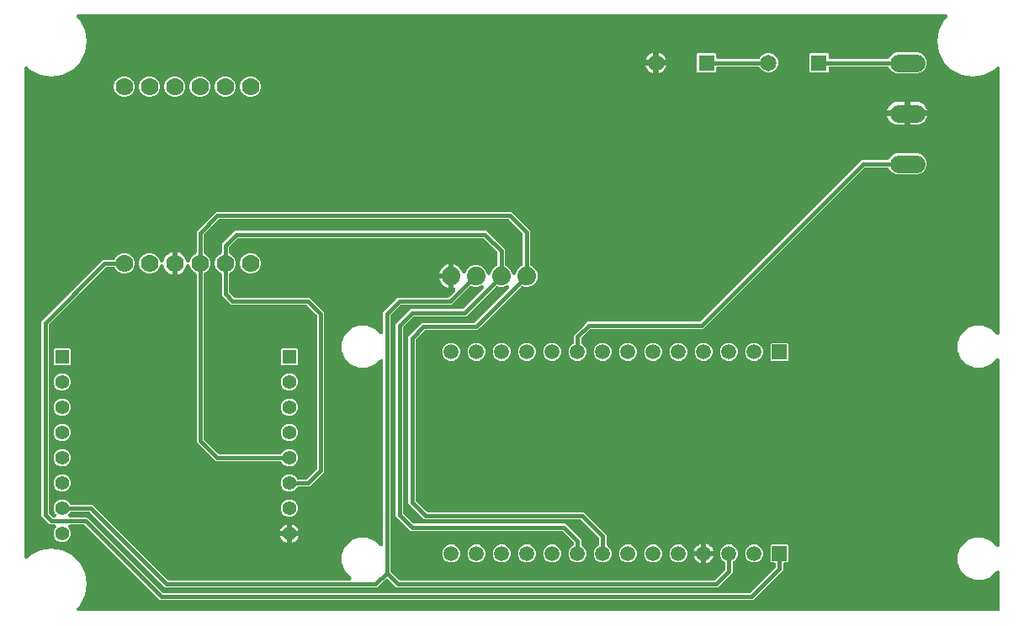
<source format=gbr>
G04 EAGLE Gerber RS-274X export*
G75*
%MOMM*%
%FSLAX34Y34*%
%LPD*%
%INTop Copper*%
%IPPOS*%
%AMOC8*
5,1,8,0,0,1.08239X$1,22.5*%
G01*
%ADD10C,1.879600*%
%ADD11C,1.778000*%
%ADD12R,1.508000X1.508000*%
%ADD13C,1.508000*%
%ADD14R,1.408000X1.408000*%
%ADD15C,1.408000*%
%ADD16R,1.650000X1.650000*%
%ADD17C,1.650000*%
%ADD18C,1.790700*%
%ADD19C,0.406400*%

G36*
X1218964Y80775D02*
X1218964Y80775D01*
X1218982Y80773D01*
X1219164Y80794D01*
X1219347Y80813D01*
X1219364Y80818D01*
X1219381Y80820D01*
X1219556Y80877D01*
X1219732Y80931D01*
X1219747Y80939D01*
X1219764Y80945D01*
X1219924Y81035D01*
X1220086Y81123D01*
X1220099Y81134D01*
X1220115Y81143D01*
X1220254Y81263D01*
X1220395Y81380D01*
X1220406Y81394D01*
X1220420Y81406D01*
X1220532Y81551D01*
X1220647Y81694D01*
X1220655Y81710D01*
X1220666Y81724D01*
X1220748Y81889D01*
X1220833Y82051D01*
X1220838Y82068D01*
X1220846Y82084D01*
X1220893Y82263D01*
X1220944Y82438D01*
X1220946Y82456D01*
X1220950Y82473D01*
X1220977Y82804D01*
X1220977Y119514D01*
X1220976Y119523D01*
X1220977Y119532D01*
X1220956Y119724D01*
X1220937Y119915D01*
X1220935Y119923D01*
X1220934Y119932D01*
X1220876Y120114D01*
X1220819Y120300D01*
X1220815Y120308D01*
X1220812Y120316D01*
X1220719Y120484D01*
X1220627Y120654D01*
X1220622Y120660D01*
X1220617Y120668D01*
X1220493Y120815D01*
X1220370Y120963D01*
X1220363Y120968D01*
X1220357Y120975D01*
X1220206Y121094D01*
X1220056Y121215D01*
X1220048Y121219D01*
X1220041Y121225D01*
X1219868Y121313D01*
X1219699Y121401D01*
X1219690Y121403D01*
X1219682Y121407D01*
X1219496Y121459D01*
X1219312Y121512D01*
X1219303Y121513D01*
X1219294Y121515D01*
X1219101Y121529D01*
X1218910Y121545D01*
X1218902Y121544D01*
X1218893Y121545D01*
X1218700Y121520D01*
X1218511Y121498D01*
X1218502Y121495D01*
X1218493Y121494D01*
X1218310Y121433D01*
X1218128Y121373D01*
X1218120Y121369D01*
X1218112Y121366D01*
X1217945Y121270D01*
X1217777Y121175D01*
X1217770Y121170D01*
X1217763Y121165D01*
X1217510Y120950D01*
X1211868Y115309D01*
X1211475Y115146D01*
X1203999Y112049D01*
X1195481Y112049D01*
X1187612Y115309D01*
X1181589Y121332D01*
X1178329Y129201D01*
X1178329Y137719D01*
X1181589Y145588D01*
X1187612Y151611D01*
X1188610Y152024D01*
X1188610Y152025D01*
X1195481Y154871D01*
X1203999Y154871D01*
X1211868Y151611D01*
X1217510Y145970D01*
X1217517Y145964D01*
X1217522Y145957D01*
X1217672Y145837D01*
X1217821Y145715D01*
X1217829Y145710D01*
X1217836Y145705D01*
X1218006Y145616D01*
X1218177Y145526D01*
X1218186Y145523D01*
X1218193Y145519D01*
X1218378Y145466D01*
X1218563Y145411D01*
X1218572Y145410D01*
X1218580Y145408D01*
X1218772Y145392D01*
X1218964Y145375D01*
X1218973Y145376D01*
X1218982Y145375D01*
X1219171Y145397D01*
X1219364Y145418D01*
X1219373Y145421D01*
X1219381Y145422D01*
X1219563Y145481D01*
X1219748Y145540D01*
X1219756Y145544D01*
X1219764Y145547D01*
X1219933Y145642D01*
X1220100Y145735D01*
X1220107Y145740D01*
X1220115Y145745D01*
X1220260Y145870D01*
X1220407Y145995D01*
X1220413Y146002D01*
X1220420Y146008D01*
X1220537Y146159D01*
X1220657Y146311D01*
X1220661Y146319D01*
X1220666Y146326D01*
X1220752Y146498D01*
X1220839Y146670D01*
X1220842Y146678D01*
X1220846Y146686D01*
X1220895Y146872D01*
X1220947Y147058D01*
X1220948Y147067D01*
X1220950Y147075D01*
X1220977Y147406D01*
X1220977Y332914D01*
X1220976Y332923D01*
X1220977Y332932D01*
X1220956Y333124D01*
X1220937Y333315D01*
X1220935Y333323D01*
X1220934Y333332D01*
X1220876Y333514D01*
X1220819Y333700D01*
X1220815Y333708D01*
X1220812Y333716D01*
X1220719Y333884D01*
X1220627Y334054D01*
X1220622Y334060D01*
X1220617Y334068D01*
X1220493Y334215D01*
X1220370Y334363D01*
X1220363Y334368D01*
X1220357Y334375D01*
X1220206Y334494D01*
X1220056Y334615D01*
X1220048Y334619D01*
X1220041Y334625D01*
X1219868Y334713D01*
X1219699Y334801D01*
X1219690Y334803D01*
X1219682Y334807D01*
X1219496Y334859D01*
X1219312Y334912D01*
X1219303Y334913D01*
X1219294Y334915D01*
X1219101Y334929D01*
X1218910Y334945D01*
X1218902Y334944D01*
X1218893Y334945D01*
X1218700Y334920D01*
X1218511Y334898D01*
X1218502Y334895D01*
X1218493Y334894D01*
X1218310Y334833D01*
X1218128Y334773D01*
X1218120Y334769D01*
X1218112Y334766D01*
X1217945Y334670D01*
X1217777Y334575D01*
X1217770Y334570D01*
X1217763Y334565D01*
X1217510Y334350D01*
X1211868Y328709D01*
X1203999Y325449D01*
X1195481Y325449D01*
X1187612Y328709D01*
X1181589Y334732D01*
X1178329Y342601D01*
X1178329Y351119D01*
X1181589Y358988D01*
X1187612Y365011D01*
X1188323Y365306D01*
X1195481Y368271D01*
X1203999Y368271D01*
X1211868Y365011D01*
X1217510Y359370D01*
X1217517Y359364D01*
X1217522Y359357D01*
X1217672Y359237D01*
X1217821Y359115D01*
X1217829Y359110D01*
X1217836Y359105D01*
X1218006Y359016D01*
X1218177Y358926D01*
X1218186Y358923D01*
X1218193Y358919D01*
X1218378Y358866D01*
X1218563Y358811D01*
X1218572Y358810D01*
X1218580Y358808D01*
X1218772Y358792D01*
X1218964Y358775D01*
X1218973Y358776D01*
X1218982Y358775D01*
X1219171Y358797D01*
X1219364Y358818D01*
X1219373Y358821D01*
X1219381Y358822D01*
X1219563Y358881D01*
X1219748Y358940D01*
X1219756Y358944D01*
X1219764Y358947D01*
X1219933Y359042D01*
X1220100Y359135D01*
X1220107Y359140D01*
X1220115Y359145D01*
X1220261Y359271D01*
X1220407Y359395D01*
X1220413Y359402D01*
X1220420Y359408D01*
X1220537Y359559D01*
X1220657Y359711D01*
X1220661Y359719D01*
X1220666Y359726D01*
X1220752Y359898D01*
X1220839Y360070D01*
X1220842Y360078D01*
X1220846Y360086D01*
X1220896Y360273D01*
X1220947Y360458D01*
X1220948Y360467D01*
X1220950Y360475D01*
X1220977Y360806D01*
X1220977Y626687D01*
X1220976Y626696D01*
X1220977Y626705D01*
X1220956Y626897D01*
X1220937Y627088D01*
X1220935Y627097D01*
X1220934Y627106D01*
X1220876Y627288D01*
X1220819Y627473D01*
X1220815Y627481D01*
X1220812Y627489D01*
X1220719Y627658D01*
X1220627Y627827D01*
X1220622Y627834D01*
X1220617Y627842D01*
X1220493Y627989D01*
X1220370Y628136D01*
X1220363Y628142D01*
X1220357Y628149D01*
X1220206Y628268D01*
X1220056Y628389D01*
X1220048Y628393D01*
X1220041Y628398D01*
X1219868Y628486D01*
X1219699Y628574D01*
X1219690Y628577D01*
X1219682Y628581D01*
X1219496Y628633D01*
X1219312Y628686D01*
X1219303Y628686D01*
X1219294Y628689D01*
X1219101Y628703D01*
X1218910Y628718D01*
X1218902Y628717D01*
X1218893Y628718D01*
X1218700Y628694D01*
X1218511Y628672D01*
X1218502Y628669D01*
X1218493Y628668D01*
X1218310Y628606D01*
X1218128Y628547D01*
X1218120Y628542D01*
X1218112Y628539D01*
X1217945Y628443D01*
X1217777Y628349D01*
X1217770Y628343D01*
X1217763Y628338D01*
X1217510Y628124D01*
X1214687Y625301D01*
X1204781Y620254D01*
X1193800Y618515D01*
X1182819Y620254D01*
X1172913Y625301D01*
X1165051Y633163D01*
X1160004Y643069D01*
X1158265Y654050D01*
X1160004Y665031D01*
X1165051Y674937D01*
X1167874Y677760D01*
X1167879Y677767D01*
X1167886Y677772D01*
X1168005Y677920D01*
X1168129Y678071D01*
X1168133Y678079D01*
X1168139Y678086D01*
X1168227Y678256D01*
X1168317Y678427D01*
X1168320Y678436D01*
X1168324Y678443D01*
X1168377Y678628D01*
X1168432Y678813D01*
X1168433Y678822D01*
X1168436Y678830D01*
X1168451Y679021D01*
X1168469Y679214D01*
X1168468Y679223D01*
X1168468Y679232D01*
X1168446Y679421D01*
X1168425Y679614D01*
X1168423Y679623D01*
X1168422Y679631D01*
X1168362Y679813D01*
X1168304Y679998D01*
X1168299Y680006D01*
X1168297Y680014D01*
X1168202Y680183D01*
X1168109Y680350D01*
X1168103Y680357D01*
X1168099Y680365D01*
X1167973Y680511D01*
X1167848Y680657D01*
X1167841Y680663D01*
X1167836Y680670D01*
X1167684Y680787D01*
X1167533Y680907D01*
X1167525Y680911D01*
X1167518Y680916D01*
X1167345Y681002D01*
X1167174Y681089D01*
X1167165Y681092D01*
X1167157Y681096D01*
X1166971Y681146D01*
X1166786Y681197D01*
X1166777Y681198D01*
X1166768Y681200D01*
X1166437Y681227D01*
X294063Y681227D01*
X294054Y681226D01*
X294045Y681227D01*
X293851Y681206D01*
X293662Y681187D01*
X293653Y681185D01*
X293644Y681184D01*
X293460Y681125D01*
X293277Y681069D01*
X293269Y681065D01*
X293261Y681062D01*
X293092Y680969D01*
X292923Y680877D01*
X292916Y680872D01*
X292908Y680867D01*
X292761Y680743D01*
X292614Y680620D01*
X292608Y680613D01*
X292601Y680607D01*
X292482Y680455D01*
X292361Y680306D01*
X292357Y680298D01*
X292352Y680291D01*
X292264Y680118D01*
X292176Y679949D01*
X292173Y679940D01*
X292169Y679932D01*
X292117Y679746D01*
X292064Y679562D01*
X292064Y679553D01*
X292061Y679544D01*
X292047Y679351D01*
X292032Y679160D01*
X292033Y679152D01*
X292032Y679143D01*
X292056Y678950D01*
X292078Y678761D01*
X292081Y678752D01*
X292082Y678743D01*
X292144Y678561D01*
X292203Y678378D01*
X292208Y678370D01*
X292211Y678362D01*
X292307Y678195D01*
X292401Y678027D01*
X292407Y678020D01*
X292412Y678013D01*
X292626Y677760D01*
X295449Y674937D01*
X300496Y665031D01*
X302235Y654050D01*
X300496Y643069D01*
X295449Y633163D01*
X287587Y625301D01*
X277681Y620254D01*
X266700Y618515D01*
X255719Y620254D01*
X245813Y625301D01*
X242990Y628124D01*
X242983Y628129D01*
X242978Y628136D01*
X242828Y628257D01*
X242679Y628379D01*
X242671Y628383D01*
X242664Y628389D01*
X242494Y628477D01*
X242323Y628567D01*
X242314Y628570D01*
X242307Y628574D01*
X242122Y628627D01*
X241937Y628682D01*
X241928Y628683D01*
X241920Y628686D01*
X241729Y628701D01*
X241536Y628719D01*
X241527Y628718D01*
X241518Y628718D01*
X241329Y628696D01*
X241136Y628675D01*
X241127Y628673D01*
X241119Y628672D01*
X240937Y628612D01*
X240752Y628554D01*
X240744Y628549D01*
X240736Y628547D01*
X240567Y628452D01*
X240400Y628359D01*
X240393Y628353D01*
X240385Y628349D01*
X240239Y628223D01*
X240093Y628098D01*
X240087Y628091D01*
X240080Y628086D01*
X239963Y627934D01*
X239843Y627783D01*
X239839Y627775D01*
X239834Y627768D01*
X239748Y627595D01*
X239661Y627424D01*
X239658Y627415D01*
X239654Y627407D01*
X239604Y627221D01*
X239553Y627036D01*
X239552Y627027D01*
X239550Y627018D01*
X239523Y626687D01*
X239523Y135313D01*
X239524Y135304D01*
X239523Y135295D01*
X239544Y135103D01*
X239563Y134912D01*
X239565Y134903D01*
X239566Y134894D01*
X239624Y134712D01*
X239681Y134527D01*
X239685Y134519D01*
X239688Y134511D01*
X239781Y134342D01*
X239873Y134173D01*
X239878Y134166D01*
X239883Y134158D01*
X240007Y134011D01*
X240130Y133864D01*
X240137Y133858D01*
X240143Y133851D01*
X240294Y133732D01*
X240444Y133611D01*
X240452Y133607D01*
X240459Y133602D01*
X240632Y133514D01*
X240801Y133426D01*
X240810Y133423D01*
X240818Y133419D01*
X241004Y133367D01*
X241188Y133314D01*
X241197Y133314D01*
X241206Y133311D01*
X241399Y133297D01*
X241590Y133282D01*
X241598Y133283D01*
X241607Y133282D01*
X241800Y133306D01*
X241989Y133328D01*
X241998Y133331D01*
X242007Y133332D01*
X242190Y133394D01*
X242372Y133453D01*
X242380Y133458D01*
X242388Y133461D01*
X242555Y133557D01*
X242723Y133651D01*
X242730Y133657D01*
X242737Y133662D01*
X242990Y133876D01*
X245813Y136699D01*
X255719Y141746D01*
X266700Y143485D01*
X277681Y141746D01*
X287587Y136699D01*
X295449Y128837D01*
X300496Y118931D01*
X302235Y107950D01*
X300496Y96969D01*
X295449Y87063D01*
X292626Y84240D01*
X292621Y84233D01*
X292614Y84228D01*
X292493Y84078D01*
X292371Y83929D01*
X292367Y83921D01*
X292361Y83914D01*
X292273Y83744D01*
X292183Y83573D01*
X292180Y83564D01*
X292176Y83557D01*
X292123Y83372D01*
X292068Y83187D01*
X292067Y83178D01*
X292064Y83170D01*
X292049Y82979D01*
X292031Y82786D01*
X292032Y82777D01*
X292032Y82768D01*
X292054Y82579D01*
X292075Y82386D01*
X292077Y82377D01*
X292078Y82369D01*
X292138Y82187D01*
X292196Y82002D01*
X292201Y81994D01*
X292203Y81986D01*
X292298Y81817D01*
X292391Y81650D01*
X292397Y81643D01*
X292401Y81635D01*
X292527Y81489D01*
X292652Y81343D01*
X292659Y81337D01*
X292664Y81330D01*
X292816Y81213D01*
X292967Y81093D01*
X292975Y81089D01*
X292982Y81084D01*
X293155Y80998D01*
X293326Y80911D01*
X293335Y80908D01*
X293343Y80904D01*
X293529Y80854D01*
X293714Y80803D01*
X293723Y80802D01*
X293732Y80800D01*
X294063Y80773D01*
X1218946Y80773D01*
X1218964Y80775D01*
G37*
%LPC*%
G36*
X375717Y91693D02*
X375717Y91693D01*
X300112Y167298D01*
X300091Y167315D01*
X300073Y167336D01*
X299936Y167443D01*
X299800Y167553D01*
X299777Y167566D01*
X299755Y167582D01*
X299598Y167660D01*
X299444Y167742D01*
X299419Y167750D01*
X299395Y167762D01*
X299225Y167807D01*
X299059Y167857D01*
X299032Y167859D01*
X299006Y167866D01*
X298675Y167893D01*
X285543Y167893D01*
X285534Y167892D01*
X285525Y167893D01*
X285333Y167872D01*
X285142Y167853D01*
X285134Y167851D01*
X285125Y167850D01*
X284943Y167792D01*
X284757Y167735D01*
X284749Y167731D01*
X284741Y167728D01*
X284573Y167635D01*
X284403Y167543D01*
X284397Y167538D01*
X284389Y167533D01*
X284241Y167408D01*
X284094Y167286D01*
X284089Y167279D01*
X284082Y167273D01*
X283962Y167121D01*
X283842Y166972D01*
X283838Y166964D01*
X283832Y166957D01*
X283744Y166784D01*
X283656Y166615D01*
X283654Y166606D01*
X283650Y166598D01*
X283598Y166413D01*
X283545Y166228D01*
X283544Y166219D01*
X283542Y166210D01*
X283528Y166018D01*
X283512Y165826D01*
X283513Y165818D01*
X283512Y165809D01*
X283537Y165618D01*
X283559Y165427D01*
X283562Y165418D01*
X283563Y165409D01*
X283624Y165228D01*
X283684Y165044D01*
X283688Y165036D01*
X283691Y165028D01*
X283787Y164860D01*
X283882Y164693D01*
X283888Y164686D01*
X283892Y164679D01*
X284107Y164426D01*
X284801Y163731D01*
X286105Y160584D01*
X286105Y157176D01*
X284801Y154028D01*
X282392Y151619D01*
X279244Y150315D01*
X275836Y150315D01*
X272688Y151619D01*
X270279Y154028D01*
X268975Y157176D01*
X268975Y160584D01*
X270279Y163731D01*
X270973Y164426D01*
X270979Y164433D01*
X270986Y164438D01*
X271106Y164587D01*
X271228Y164737D01*
X271233Y164745D01*
X271238Y164752D01*
X271326Y164922D01*
X271417Y165093D01*
X271420Y165102D01*
X271424Y165109D01*
X271477Y165294D01*
X271532Y165479D01*
X271533Y165488D01*
X271535Y165496D01*
X271551Y165687D01*
X271568Y165880D01*
X271567Y165889D01*
X271568Y165898D01*
X271546Y166085D01*
X271525Y166280D01*
X271522Y166289D01*
X271521Y166297D01*
X271462Y166480D01*
X271403Y166664D01*
X271399Y166672D01*
X271396Y166680D01*
X271302Y166847D01*
X271209Y167016D01*
X271203Y167023D01*
X271198Y167031D01*
X271072Y167177D01*
X270948Y167323D01*
X270941Y167329D01*
X270935Y167336D01*
X270782Y167454D01*
X270632Y167573D01*
X270624Y167577D01*
X270617Y167582D01*
X270445Y167668D01*
X270273Y167755D01*
X270265Y167758D01*
X270257Y167762D01*
X270071Y167811D01*
X269885Y167863D01*
X269876Y167864D01*
X269868Y167866D01*
X269537Y167893D01*
X265227Y167893D01*
X256793Y176327D01*
X256793Y372313D01*
X318697Y434217D01*
X328933Y434217D01*
X328955Y434219D01*
X328978Y434217D01*
X329155Y434239D01*
X329334Y434257D01*
X329355Y434263D01*
X329377Y434266D01*
X329547Y434322D01*
X329719Y434375D01*
X329738Y434385D01*
X329760Y434392D01*
X329915Y434481D01*
X330073Y434567D01*
X330090Y434581D01*
X330109Y434592D01*
X330244Y434709D01*
X330382Y434824D01*
X330396Y434842D01*
X330413Y434856D01*
X330522Y434998D01*
X330634Y435138D01*
X330645Y435158D01*
X330658Y435176D01*
X330810Y435471D01*
X331261Y436560D01*
X334191Y439489D01*
X338018Y441075D01*
X342162Y441075D01*
X345989Y439489D01*
X348919Y436559D01*
X350505Y432732D01*
X350505Y428588D01*
X348919Y424761D01*
X345989Y421831D01*
X342162Y420245D01*
X338018Y420245D01*
X334191Y421831D01*
X331261Y424760D01*
X330810Y425849D01*
X330799Y425869D01*
X330792Y425890D01*
X330704Y426046D01*
X330620Y426204D01*
X330605Y426221D01*
X330594Y426241D01*
X330477Y426377D01*
X330363Y426515D01*
X330346Y426529D01*
X330331Y426546D01*
X330190Y426655D01*
X330051Y426768D01*
X330031Y426779D01*
X330013Y426792D01*
X329853Y426872D01*
X329694Y426955D01*
X329673Y426962D01*
X329653Y426972D01*
X329479Y427018D01*
X329308Y427068D01*
X329285Y427070D01*
X329264Y427076D01*
X328933Y427103D01*
X322485Y427103D01*
X322458Y427101D01*
X322431Y427103D01*
X322257Y427081D01*
X322084Y427063D01*
X322059Y427056D01*
X322032Y427052D01*
X321866Y426997D01*
X321699Y426945D01*
X321676Y426932D01*
X321650Y426924D01*
X321499Y426837D01*
X321345Y426753D01*
X321325Y426736D01*
X321301Y426723D01*
X321048Y426508D01*
X264502Y369962D01*
X264485Y369941D01*
X264464Y369923D01*
X264357Y369786D01*
X264247Y369650D01*
X264234Y369627D01*
X264218Y369605D01*
X264140Y369448D01*
X264058Y369294D01*
X264050Y369269D01*
X264038Y369245D01*
X263993Y369075D01*
X263943Y368909D01*
X263941Y368882D01*
X263934Y368856D01*
X263907Y368525D01*
X263907Y180115D01*
X263909Y180088D01*
X263907Y180061D01*
X263929Y179887D01*
X263947Y179714D01*
X263954Y179689D01*
X263958Y179662D01*
X264013Y179496D01*
X264065Y179329D01*
X264078Y179306D01*
X264086Y179280D01*
X264173Y179129D01*
X264257Y178975D01*
X264274Y178955D01*
X264287Y178931D01*
X264502Y178678D01*
X267578Y175602D01*
X267599Y175585D01*
X267617Y175564D01*
X267754Y175457D01*
X267890Y175347D01*
X267913Y175334D01*
X267935Y175318D01*
X268092Y175240D01*
X268246Y175158D01*
X268271Y175150D01*
X268295Y175138D01*
X268465Y175093D01*
X268631Y175043D01*
X268658Y175041D01*
X268684Y175034D01*
X269015Y175007D01*
X269797Y175007D01*
X269806Y175008D01*
X269815Y175007D01*
X270007Y175028D01*
X270198Y175047D01*
X270206Y175049D01*
X270215Y175050D01*
X270397Y175108D01*
X270583Y175165D01*
X270591Y175169D01*
X270599Y175172D01*
X270767Y175265D01*
X270937Y175357D01*
X270943Y175362D01*
X270951Y175367D01*
X271099Y175492D01*
X271246Y175614D01*
X271251Y175621D01*
X271258Y175627D01*
X271378Y175778D01*
X271498Y175928D01*
X271502Y175936D01*
X271508Y175943D01*
X271595Y176114D01*
X271684Y176285D01*
X271686Y176294D01*
X271690Y176302D01*
X271742Y176488D01*
X271795Y176672D01*
X271796Y176681D01*
X271798Y176690D01*
X271812Y176882D01*
X271828Y177074D01*
X271827Y177082D01*
X271828Y177091D01*
X271803Y177284D01*
X271781Y177473D01*
X271778Y177482D01*
X271777Y177491D01*
X271716Y177674D01*
X271656Y177856D01*
X271652Y177864D01*
X271649Y177872D01*
X271554Y178038D01*
X271458Y178207D01*
X271452Y178214D01*
X271448Y178221D01*
X271233Y178474D01*
X270279Y179429D01*
X268975Y182576D01*
X268975Y185984D01*
X270279Y189132D01*
X272688Y191541D01*
X275836Y192845D01*
X279244Y192845D01*
X282392Y191541D01*
X284801Y189132D01*
X284818Y189091D01*
X284828Y189071D01*
X284835Y189050D01*
X284923Y188894D01*
X285008Y188736D01*
X285022Y188719D01*
X285033Y188699D01*
X285150Y188564D01*
X285264Y188425D01*
X285282Y188411D01*
X285296Y188394D01*
X285437Y188285D01*
X285577Y188172D01*
X285597Y188161D01*
X285614Y188148D01*
X285775Y188068D01*
X285933Y187985D01*
X285955Y187978D01*
X285975Y187968D01*
X286149Y187922D01*
X286320Y187872D01*
X286342Y187870D01*
X286364Y187864D01*
X286694Y187837D01*
X308063Y187837D01*
X310741Y185159D01*
X310742Y185158D01*
X383668Y112232D01*
X383689Y112215D01*
X383706Y112194D01*
X383844Y112087D01*
X383980Y111977D01*
X384003Y111964D01*
X384025Y111948D01*
X384182Y111870D01*
X384336Y111788D01*
X384361Y111780D01*
X384385Y111768D01*
X384555Y111723D01*
X384721Y111673D01*
X384748Y111671D01*
X384774Y111664D01*
X385105Y111637D01*
X566580Y111637D01*
X566589Y111638D01*
X566598Y111637D01*
X566791Y111658D01*
X566981Y111677D01*
X566989Y111679D01*
X566998Y111680D01*
X567182Y111738D01*
X567366Y111795D01*
X567374Y111799D01*
X567382Y111802D01*
X567550Y111895D01*
X567720Y111987D01*
X567726Y111992D01*
X567734Y111997D01*
X567881Y112121D01*
X568029Y112244D01*
X568034Y112251D01*
X568041Y112257D01*
X568160Y112408D01*
X568281Y112558D01*
X568285Y112566D01*
X568291Y112573D01*
X568379Y112746D01*
X568467Y112915D01*
X568469Y112924D01*
X568473Y112932D01*
X568525Y113118D01*
X568578Y113302D01*
X568579Y113311D01*
X568581Y113320D01*
X568595Y113513D01*
X568611Y113704D01*
X568610Y113712D01*
X568611Y113721D01*
X568586Y113914D01*
X568564Y114103D01*
X568561Y114112D01*
X568560Y114121D01*
X568499Y114304D01*
X568439Y114486D01*
X568435Y114494D01*
X568432Y114502D01*
X568336Y114669D01*
X568241Y114837D01*
X568236Y114844D01*
X568231Y114851D01*
X568016Y115104D01*
X561789Y121332D01*
X558529Y129201D01*
X558529Y137719D01*
X561789Y145588D01*
X567812Y151611D01*
X568810Y152024D01*
X568810Y152025D01*
X575681Y154871D01*
X584199Y154871D01*
X592068Y151611D01*
X597066Y146614D01*
X597073Y146608D01*
X597078Y146601D01*
X597228Y146481D01*
X597377Y146359D01*
X597385Y146354D01*
X597392Y146349D01*
X597562Y146260D01*
X597733Y146170D01*
X597742Y146167D01*
X597749Y146163D01*
X597934Y146110D01*
X598119Y146055D01*
X598128Y146054D01*
X598136Y146052D01*
X598328Y146036D01*
X598520Y146019D01*
X598529Y146020D01*
X598538Y146019D01*
X598727Y146041D01*
X598920Y146062D01*
X598929Y146065D01*
X598937Y146066D01*
X599119Y146125D01*
X599304Y146184D01*
X599312Y146188D01*
X599320Y146191D01*
X599489Y146286D01*
X599656Y146379D01*
X599663Y146384D01*
X599671Y146389D01*
X599817Y146515D01*
X599963Y146639D01*
X599969Y146646D01*
X599976Y146652D01*
X600093Y146803D01*
X600213Y146955D01*
X600217Y146963D01*
X600222Y146970D01*
X600308Y147142D01*
X600395Y147314D01*
X600398Y147322D01*
X600402Y147330D01*
X600452Y147517D01*
X600503Y147702D01*
X600504Y147711D01*
X600506Y147719D01*
X600533Y148050D01*
X600533Y332270D01*
X600532Y332279D01*
X600533Y332288D01*
X600512Y332480D01*
X600493Y332671D01*
X600491Y332679D01*
X600490Y332688D01*
X600433Y332868D01*
X600375Y333056D01*
X600371Y333064D01*
X600368Y333072D01*
X600275Y333240D01*
X600183Y333410D01*
X600178Y333416D01*
X600173Y333424D01*
X600049Y333571D01*
X599926Y333719D01*
X599919Y333724D01*
X599913Y333731D01*
X599762Y333850D01*
X599612Y333971D01*
X599604Y333975D01*
X599597Y333981D01*
X599425Y334068D01*
X599255Y334157D01*
X599246Y334159D01*
X599238Y334163D01*
X599052Y334215D01*
X598868Y334268D01*
X598859Y334269D01*
X598850Y334271D01*
X598657Y334285D01*
X598466Y334301D01*
X598458Y334300D01*
X598449Y334301D01*
X598256Y334276D01*
X598067Y334254D01*
X598058Y334251D01*
X598049Y334250D01*
X597866Y334189D01*
X597684Y334129D01*
X597676Y334125D01*
X597668Y334122D01*
X597501Y334026D01*
X597333Y333931D01*
X597326Y333926D01*
X597319Y333921D01*
X597066Y333706D01*
X592068Y328709D01*
X584199Y325449D01*
X575681Y325449D01*
X567812Y328709D01*
X561789Y334732D01*
X558529Y342601D01*
X558529Y351119D01*
X561789Y358988D01*
X567812Y365011D01*
X568523Y365306D01*
X575681Y368271D01*
X584199Y368271D01*
X592068Y365011D01*
X597066Y360014D01*
X597073Y360008D01*
X597078Y360001D01*
X597228Y359881D01*
X597377Y359759D01*
X597385Y359754D01*
X597392Y359749D01*
X597562Y359660D01*
X597733Y359570D01*
X597742Y359567D01*
X597749Y359563D01*
X597934Y359510D01*
X598119Y359455D01*
X598128Y359454D01*
X598136Y359452D01*
X598328Y359436D01*
X598520Y359419D01*
X598529Y359420D01*
X598538Y359419D01*
X598727Y359441D01*
X598920Y359462D01*
X598929Y359465D01*
X598937Y359466D01*
X599119Y359525D01*
X599304Y359584D01*
X599312Y359588D01*
X599320Y359591D01*
X599489Y359686D01*
X599656Y359779D01*
X599663Y359784D01*
X599671Y359789D01*
X599817Y359915D01*
X599963Y360039D01*
X599969Y360046D01*
X599976Y360052D01*
X600093Y360203D01*
X600213Y360355D01*
X600217Y360363D01*
X600222Y360370D01*
X600308Y360542D01*
X600395Y360714D01*
X600398Y360722D01*
X600402Y360730D01*
X600452Y360917D01*
X600503Y361102D01*
X600504Y361111D01*
X600506Y361119D01*
X600533Y361450D01*
X600533Y381333D01*
X615317Y396117D01*
X665275Y396117D01*
X665302Y396119D01*
X665329Y396117D01*
X665503Y396139D01*
X665676Y396157D01*
X665701Y396164D01*
X665728Y396168D01*
X665894Y396223D01*
X666061Y396275D01*
X666085Y396288D01*
X666110Y396296D01*
X666261Y396383D01*
X666415Y396467D01*
X666435Y396484D01*
X666459Y396497D01*
X666712Y396712D01*
X672832Y402832D01*
X672938Y402962D01*
X673049Y403089D01*
X673066Y403118D01*
X673087Y403143D01*
X673166Y403292D01*
X673249Y403438D01*
X673260Y403470D01*
X673276Y403499D01*
X673323Y403660D01*
X673377Y403820D01*
X673381Y403853D01*
X673390Y403885D01*
X673406Y404052D01*
X673426Y404220D01*
X673424Y404253D01*
X673427Y404286D01*
X673409Y404454D01*
X673396Y404621D01*
X673387Y404653D01*
X673383Y404686D01*
X673333Y404847D01*
X673287Y405009D01*
X673272Y405038D01*
X673262Y405070D01*
X673180Y405218D01*
X673104Y405367D01*
X673083Y405393D01*
X673067Y405422D01*
X672958Y405551D01*
X672854Y405682D01*
X672828Y405704D01*
X672807Y405729D01*
X672674Y405834D01*
X672546Y405942D01*
X672517Y405958D01*
X672491Y405979D01*
X672340Y406055D01*
X672193Y406136D01*
X672161Y406146D01*
X672132Y406161D01*
X671969Y406207D01*
X671809Y406257D01*
X671776Y406260D01*
X671744Y406269D01*
X671576Y406282D01*
X671409Y406299D01*
X671372Y406297D01*
X671342Y406299D01*
X671256Y406288D01*
X671079Y406275D01*
X671079Y417452D01*
X671077Y417470D01*
X671079Y417487D01*
X671058Y417670D01*
X671039Y417852D01*
X671034Y417869D01*
X671032Y417887D01*
X671007Y417965D01*
X671046Y418102D01*
X671048Y418120D01*
X671052Y418137D01*
X671079Y418468D01*
X671079Y429645D01*
X671336Y429605D01*
X673123Y429024D01*
X674797Y428171D01*
X676318Y427066D01*
X677646Y425738D01*
X678751Y424217D01*
X679604Y422543D01*
X679842Y421811D01*
X679878Y421729D01*
X679904Y421645D01*
X679958Y421546D01*
X680004Y421442D01*
X680055Y421369D01*
X680097Y421292D01*
X680170Y421205D01*
X680235Y421113D01*
X680299Y421051D01*
X680356Y420983D01*
X680445Y420913D01*
X680527Y420835D01*
X680602Y420788D01*
X680671Y420732D01*
X680772Y420681D01*
X680867Y420621D01*
X680950Y420589D01*
X681029Y420549D01*
X681138Y420518D01*
X681244Y420478D01*
X681331Y420463D01*
X681417Y420439D01*
X681529Y420430D01*
X681641Y420412D01*
X681730Y420415D01*
X681818Y420408D01*
X681930Y420421D01*
X682043Y420425D01*
X682130Y420446D01*
X682218Y420456D01*
X682325Y420492D01*
X682435Y420518D01*
X682516Y420555D01*
X682600Y420583D01*
X682698Y420639D01*
X682801Y420686D01*
X682873Y420738D01*
X682950Y420782D01*
X683035Y420856D01*
X683126Y420923D01*
X683186Y420989D01*
X683253Y421047D01*
X683322Y421136D01*
X683399Y421220D01*
X683445Y421296D01*
X683499Y421366D01*
X683563Y421492D01*
X683607Y421564D01*
X683623Y421607D01*
X683650Y421661D01*
X684680Y424147D01*
X687753Y427220D01*
X691767Y428883D01*
X696113Y428883D01*
X700127Y427220D01*
X703200Y424147D01*
X704763Y420373D01*
X704768Y420365D01*
X704770Y420356D01*
X704862Y420188D01*
X704954Y420018D01*
X704959Y420011D01*
X704964Y420003D01*
X705087Y419857D01*
X705210Y419707D01*
X705217Y419702D01*
X705223Y419695D01*
X705373Y419575D01*
X705523Y419454D01*
X705531Y419449D01*
X705537Y419444D01*
X705709Y419356D01*
X705879Y419267D01*
X705888Y419264D01*
X705896Y419260D01*
X706080Y419208D01*
X706266Y419153D01*
X706274Y419153D01*
X706283Y419150D01*
X706474Y419135D01*
X706667Y419119D01*
X706676Y419120D01*
X706684Y419119D01*
X706875Y419142D01*
X707067Y419164D01*
X707075Y419167D01*
X707084Y419168D01*
X707267Y419228D01*
X707450Y419287D01*
X707458Y419291D01*
X707466Y419294D01*
X707634Y419390D01*
X707802Y419483D01*
X707808Y419489D01*
X707816Y419494D01*
X707961Y419620D01*
X708107Y419745D01*
X708113Y419752D01*
X708120Y419758D01*
X708237Y419910D01*
X708356Y420062D01*
X708360Y420070D01*
X708365Y420077D01*
X708517Y420373D01*
X710080Y424147D01*
X713153Y427220D01*
X714529Y427790D01*
X714549Y427801D01*
X714570Y427807D01*
X714726Y427896D01*
X714884Y427980D01*
X714901Y427994D01*
X714921Y428005D01*
X715056Y428122D01*
X715195Y428237D01*
X715209Y428254D01*
X715226Y428269D01*
X715335Y428410D01*
X715448Y428549D01*
X715459Y428569D01*
X715472Y428587D01*
X715552Y428747D01*
X715635Y428906D01*
X715642Y428927D01*
X715652Y428947D01*
X715698Y429121D01*
X715748Y429292D01*
X715750Y429314D01*
X715756Y429336D01*
X715783Y429667D01*
X715783Y441045D01*
X715781Y441072D01*
X715783Y441099D01*
X715761Y441273D01*
X715743Y441446D01*
X715736Y441471D01*
X715732Y441498D01*
X715677Y441664D01*
X715625Y441831D01*
X715612Y441854D01*
X715604Y441880D01*
X715517Y442031D01*
X715433Y442185D01*
X715416Y442205D01*
X715403Y442229D01*
X715188Y442482D01*
X701952Y455718D01*
X701931Y455735D01*
X701913Y455756D01*
X701776Y455863D01*
X701640Y455973D01*
X701617Y455986D01*
X701595Y456002D01*
X701438Y456080D01*
X701284Y456162D01*
X701259Y456170D01*
X701235Y456182D01*
X701065Y456227D01*
X700899Y456277D01*
X700872Y456279D01*
X700846Y456286D01*
X700515Y456313D01*
X455115Y456313D01*
X455088Y456311D01*
X455061Y456313D01*
X454887Y456291D01*
X454714Y456273D01*
X454689Y456266D01*
X454662Y456262D01*
X454496Y456207D01*
X454329Y456155D01*
X454306Y456142D01*
X454280Y456134D01*
X454129Y456047D01*
X453975Y455963D01*
X453955Y455946D01*
X453931Y455933D01*
X453678Y455718D01*
X445842Y447882D01*
X445825Y447861D01*
X445804Y447843D01*
X445697Y447706D01*
X445587Y447570D01*
X445574Y447547D01*
X445558Y447525D01*
X445480Y447368D01*
X445398Y447214D01*
X445390Y447189D01*
X445378Y447165D01*
X445333Y446995D01*
X445283Y446829D01*
X445281Y446802D01*
X445274Y446776D01*
X445247Y446445D01*
X445247Y441817D01*
X445249Y441795D01*
X445247Y441772D01*
X445269Y441594D01*
X445287Y441416D01*
X445293Y441395D01*
X445296Y441373D01*
X445352Y441202D01*
X445405Y441031D01*
X445415Y441012D01*
X445422Y440991D01*
X445511Y440835D01*
X445597Y440677D01*
X445611Y440660D01*
X445622Y440641D01*
X445740Y440505D01*
X445854Y440368D01*
X445872Y440354D01*
X445886Y440337D01*
X446029Y440228D01*
X446168Y440116D01*
X446188Y440105D01*
X446205Y440092D01*
X446501Y439940D01*
X447589Y439489D01*
X450519Y436559D01*
X452105Y432732D01*
X452105Y428588D01*
X450519Y424761D01*
X447589Y421831D01*
X446501Y421380D01*
X446481Y421369D01*
X446460Y421362D01*
X446303Y421274D01*
X446146Y421190D01*
X446129Y421175D01*
X446109Y421164D01*
X445973Y421047D01*
X445835Y420933D01*
X445821Y420916D01*
X445804Y420901D01*
X445695Y420760D01*
X445582Y420621D01*
X445571Y420601D01*
X445558Y420583D01*
X445478Y420423D01*
X445395Y420264D01*
X445388Y420243D01*
X445378Y420223D01*
X445332Y420050D01*
X445282Y419878D01*
X445280Y419855D01*
X445274Y419834D01*
X445247Y419503D01*
X445247Y402175D01*
X445249Y402148D01*
X445247Y402121D01*
X445269Y401947D01*
X445287Y401774D01*
X445294Y401749D01*
X445298Y401722D01*
X445353Y401556D01*
X445405Y401389D01*
X445418Y401366D01*
X445426Y401340D01*
X445513Y401189D01*
X445597Y401035D01*
X445614Y401015D01*
X445627Y400991D01*
X445842Y400738D01*
X449868Y396712D01*
X449889Y396695D01*
X449907Y396674D01*
X450044Y396567D01*
X450180Y396457D01*
X450203Y396444D01*
X450225Y396428D01*
X450382Y396350D01*
X450536Y396268D01*
X450561Y396260D01*
X450585Y396248D01*
X450755Y396203D01*
X450921Y396153D01*
X450948Y396151D01*
X450974Y396144D01*
X451305Y396117D01*
X526503Y396117D01*
X541287Y381333D01*
X541287Y220907D01*
X526503Y206123D01*
X515294Y206123D01*
X515272Y206121D01*
X515250Y206123D01*
X515072Y206101D01*
X514894Y206083D01*
X514872Y206077D01*
X514850Y206074D01*
X514680Y206018D01*
X514509Y205965D01*
X514489Y205955D01*
X514468Y205948D01*
X514312Y205859D01*
X514155Y205773D01*
X514138Y205759D01*
X514118Y205748D01*
X513983Y205631D01*
X513846Y205516D01*
X513832Y205498D01*
X513815Y205484D01*
X513706Y205342D01*
X513593Y205202D01*
X513583Y205182D01*
X513569Y205164D01*
X513418Y204869D01*
X513401Y204828D01*
X510992Y202419D01*
X507844Y201115D01*
X504436Y201115D01*
X501288Y202419D01*
X498879Y204828D01*
X497575Y207976D01*
X497575Y211384D01*
X498879Y214532D01*
X501288Y216941D01*
X504436Y218245D01*
X507844Y218245D01*
X510992Y216941D01*
X513401Y214532D01*
X513418Y214491D01*
X513428Y214471D01*
X513435Y214450D01*
X513523Y214294D01*
X513608Y214136D01*
X513622Y214119D01*
X513633Y214099D01*
X513750Y213964D01*
X513864Y213825D01*
X513882Y213811D01*
X513896Y213794D01*
X514037Y213685D01*
X514177Y213572D01*
X514197Y213561D01*
X514214Y213548D01*
X514375Y213468D01*
X514533Y213385D01*
X514555Y213378D01*
X514575Y213368D01*
X514749Y213322D01*
X514920Y213272D01*
X514942Y213270D01*
X514964Y213264D01*
X515294Y213237D01*
X522715Y213237D01*
X522742Y213239D01*
X522769Y213237D01*
X522943Y213259D01*
X523116Y213277D01*
X523141Y213284D01*
X523168Y213288D01*
X523334Y213343D01*
X523501Y213395D01*
X523524Y213408D01*
X523550Y213416D01*
X523701Y213503D01*
X523855Y213587D01*
X523875Y213604D01*
X523899Y213617D01*
X524152Y213832D01*
X533578Y223258D01*
X533595Y223279D01*
X533616Y223297D01*
X533723Y223434D01*
X533833Y223570D01*
X533846Y223593D01*
X533862Y223615D01*
X533940Y223772D01*
X534022Y223926D01*
X534030Y223951D01*
X534042Y223975D01*
X534087Y224145D01*
X534137Y224311D01*
X534139Y224338D01*
X534146Y224364D01*
X534173Y224695D01*
X534173Y377545D01*
X534171Y377572D01*
X534173Y377599D01*
X534151Y377773D01*
X534133Y377946D01*
X534126Y377971D01*
X534122Y377998D01*
X534067Y378164D01*
X534015Y378331D01*
X534002Y378354D01*
X533994Y378380D01*
X533907Y378531D01*
X533823Y378685D01*
X533806Y378705D01*
X533793Y378729D01*
X533578Y378982D01*
X524152Y388408D01*
X524131Y388425D01*
X524113Y388446D01*
X523976Y388553D01*
X523840Y388663D01*
X523817Y388676D01*
X523795Y388692D01*
X523638Y388770D01*
X523484Y388852D01*
X523459Y388860D01*
X523435Y388872D01*
X523265Y388917D01*
X523099Y388967D01*
X523072Y388969D01*
X523046Y388976D01*
X522715Y389003D01*
X447517Y389003D01*
X438133Y398387D01*
X438133Y419503D01*
X438131Y419525D01*
X438133Y419548D01*
X438111Y419726D01*
X438093Y419904D01*
X438087Y419925D01*
X438084Y419947D01*
X438028Y420118D01*
X437975Y420289D01*
X437965Y420308D01*
X437958Y420329D01*
X437869Y420485D01*
X437783Y420643D01*
X437769Y420660D01*
X437758Y420679D01*
X437640Y420815D01*
X437526Y420952D01*
X437508Y420966D01*
X437494Y420983D01*
X437351Y421092D01*
X437212Y421204D01*
X437192Y421215D01*
X437175Y421228D01*
X436879Y421380D01*
X435791Y421831D01*
X432861Y424761D01*
X431275Y428588D01*
X431275Y432732D01*
X432861Y436559D01*
X435791Y439489D01*
X436879Y439940D01*
X436899Y439951D01*
X436920Y439958D01*
X437077Y440046D01*
X437234Y440130D01*
X437251Y440145D01*
X437271Y440156D01*
X437407Y440273D01*
X437545Y440387D01*
X437559Y440404D01*
X437576Y440419D01*
X437685Y440560D01*
X437798Y440699D01*
X437809Y440719D01*
X437822Y440737D01*
X437902Y440897D01*
X437985Y441056D01*
X437992Y441077D01*
X438002Y441097D01*
X438048Y441270D01*
X438098Y441442D01*
X438100Y441465D01*
X438106Y441486D01*
X438133Y441817D01*
X438133Y450233D01*
X451327Y463427D01*
X704303Y463427D01*
X722897Y444833D01*
X722897Y429667D01*
X722899Y429644D01*
X722897Y429622D01*
X722919Y429445D01*
X722937Y429266D01*
X722943Y429245D01*
X722946Y429223D01*
X723002Y429053D01*
X723055Y428881D01*
X723065Y428861D01*
X723072Y428840D01*
X723161Y428685D01*
X723247Y428527D01*
X723261Y428510D01*
X723272Y428491D01*
X723390Y428355D01*
X723504Y428218D01*
X723522Y428204D01*
X723536Y428187D01*
X723678Y428078D01*
X723818Y427966D01*
X723838Y427955D01*
X723856Y427942D01*
X724151Y427790D01*
X725527Y427220D01*
X728600Y424147D01*
X730163Y420373D01*
X730168Y420365D01*
X730170Y420356D01*
X730262Y420188D01*
X730354Y420018D01*
X730359Y420011D01*
X730364Y420003D01*
X730487Y419857D01*
X730610Y419707D01*
X730617Y419702D01*
X730623Y419695D01*
X730773Y419575D01*
X730923Y419454D01*
X730931Y419449D01*
X730937Y419444D01*
X731109Y419356D01*
X731279Y419267D01*
X731288Y419264D01*
X731296Y419260D01*
X731480Y419208D01*
X731666Y419153D01*
X731674Y419153D01*
X731683Y419150D01*
X731874Y419135D01*
X732067Y419119D01*
X732076Y419120D01*
X732084Y419119D01*
X732275Y419142D01*
X732467Y419164D01*
X732475Y419167D01*
X732484Y419168D01*
X732667Y419228D01*
X732850Y419287D01*
X732858Y419291D01*
X732866Y419294D01*
X733034Y419390D01*
X733202Y419483D01*
X733208Y419489D01*
X733216Y419494D01*
X733361Y419620D01*
X733507Y419745D01*
X733513Y419752D01*
X733520Y419758D01*
X733637Y419910D01*
X733756Y420062D01*
X733760Y420070D01*
X733765Y420077D01*
X733917Y420373D01*
X735480Y424147D01*
X738553Y427220D01*
X739929Y427790D01*
X739949Y427801D01*
X739970Y427807D01*
X740126Y427896D01*
X740284Y427980D01*
X740301Y427994D01*
X740321Y428005D01*
X740456Y428122D01*
X740595Y428237D01*
X740609Y428254D01*
X740626Y428269D01*
X740735Y428410D01*
X740848Y428549D01*
X740859Y428569D01*
X740872Y428587D01*
X740952Y428747D01*
X741035Y428906D01*
X741042Y428927D01*
X741052Y428947D01*
X741098Y429121D01*
X741148Y429292D01*
X741150Y429314D01*
X741156Y429336D01*
X741183Y429667D01*
X741183Y460095D01*
X741181Y460122D01*
X741183Y460149D01*
X741161Y460323D01*
X741143Y460496D01*
X741136Y460521D01*
X741132Y460548D01*
X741077Y460714D01*
X741025Y460881D01*
X741012Y460904D01*
X741004Y460930D01*
X740917Y461081D01*
X740833Y461235D01*
X740816Y461255D01*
X740803Y461279D01*
X740588Y461532D01*
X727352Y474768D01*
X727331Y474785D01*
X727313Y474806D01*
X727176Y474913D01*
X727040Y475023D01*
X727017Y475036D01*
X726995Y475052D01*
X726838Y475130D01*
X726684Y475212D01*
X726659Y475220D01*
X726635Y475232D01*
X726465Y475277D01*
X726299Y475327D01*
X726272Y475329D01*
X726246Y475336D01*
X725915Y475363D01*
X436065Y475363D01*
X436038Y475361D01*
X436011Y475363D01*
X435837Y475341D01*
X435664Y475323D01*
X435639Y475316D01*
X435612Y475312D01*
X435446Y475257D01*
X435279Y475205D01*
X435256Y475192D01*
X435230Y475184D01*
X435079Y475097D01*
X434925Y475013D01*
X434905Y474996D01*
X434881Y474983D01*
X434628Y474768D01*
X420442Y460582D01*
X420425Y460561D01*
X420404Y460543D01*
X420297Y460406D01*
X420187Y460270D01*
X420174Y460247D01*
X420158Y460225D01*
X420080Y460068D01*
X419998Y459914D01*
X419990Y459889D01*
X419978Y459865D01*
X419933Y459695D01*
X419883Y459529D01*
X419881Y459502D01*
X419874Y459476D01*
X419847Y459145D01*
X419847Y441817D01*
X419849Y441795D01*
X419847Y441772D01*
X419869Y441594D01*
X419887Y441416D01*
X419893Y441395D01*
X419896Y441373D01*
X419952Y441202D01*
X420005Y441031D01*
X420015Y441012D01*
X420022Y440991D01*
X420111Y440835D01*
X420197Y440677D01*
X420211Y440660D01*
X420222Y440641D01*
X420340Y440505D01*
X420454Y440368D01*
X420472Y440354D01*
X420486Y440337D01*
X420629Y440228D01*
X420768Y440116D01*
X420788Y440105D01*
X420805Y440092D01*
X421101Y439940D01*
X422189Y439489D01*
X425119Y436559D01*
X426705Y432732D01*
X426705Y428588D01*
X425119Y424761D01*
X422189Y421831D01*
X421101Y421380D01*
X421081Y421369D01*
X421060Y421362D01*
X420903Y421274D01*
X420746Y421190D01*
X420729Y421175D01*
X420709Y421164D01*
X420573Y421047D01*
X420435Y420933D01*
X420421Y420916D01*
X420404Y420901D01*
X420295Y420760D01*
X420182Y420621D01*
X420171Y420601D01*
X420158Y420583D01*
X420078Y420423D01*
X419995Y420264D01*
X419988Y420243D01*
X419978Y420223D01*
X419932Y420050D01*
X419882Y419878D01*
X419880Y419855D01*
X419874Y419834D01*
X419847Y419503D01*
X419847Y254695D01*
X419849Y254668D01*
X419847Y254641D01*
X419869Y254467D01*
X419887Y254294D01*
X419894Y254269D01*
X419898Y254242D01*
X419953Y254076D01*
X420005Y253909D01*
X420018Y253886D01*
X420026Y253860D01*
X420113Y253709D01*
X420197Y253555D01*
X420214Y253535D01*
X420227Y253511D01*
X420442Y253258D01*
X434468Y239232D01*
X434489Y239215D01*
X434507Y239194D01*
X434645Y239087D01*
X434780Y238977D01*
X434803Y238964D01*
X434825Y238948D01*
X434982Y238870D01*
X435136Y238788D01*
X435161Y238780D01*
X435185Y238768D01*
X435355Y238723D01*
X435521Y238673D01*
X435548Y238671D01*
X435574Y238664D01*
X435905Y238637D01*
X496986Y238637D01*
X497008Y238639D01*
X497030Y238637D01*
X497208Y238659D01*
X497386Y238677D01*
X497408Y238683D01*
X497430Y238686D01*
X497600Y238742D01*
X497771Y238795D01*
X497791Y238805D01*
X497812Y238812D01*
X497968Y238901D01*
X498125Y238987D01*
X498142Y239001D01*
X498162Y239012D01*
X498297Y239129D01*
X498434Y239244D01*
X498448Y239262D01*
X498465Y239276D01*
X498574Y239418D01*
X498687Y239558D01*
X498697Y239578D01*
X498711Y239596D01*
X498862Y239891D01*
X498879Y239932D01*
X501288Y242341D01*
X504436Y243645D01*
X507844Y243645D01*
X510992Y242341D01*
X513401Y239932D01*
X514705Y236784D01*
X514705Y233376D01*
X513401Y230228D01*
X510992Y227819D01*
X508687Y226865D01*
X507844Y226515D01*
X504436Y226515D01*
X501288Y227819D01*
X498879Y230228D01*
X498862Y230269D01*
X498852Y230289D01*
X498845Y230310D01*
X498757Y230466D01*
X498672Y230624D01*
X498658Y230641D01*
X498647Y230661D01*
X498530Y230796D01*
X498416Y230935D01*
X498398Y230949D01*
X498384Y230966D01*
X498243Y231075D01*
X498103Y231188D01*
X498083Y231199D01*
X498066Y231212D01*
X497905Y231292D01*
X497747Y231375D01*
X497725Y231382D01*
X497705Y231392D01*
X497531Y231438D01*
X497360Y231488D01*
X497338Y231490D01*
X497316Y231496D01*
X496986Y231523D01*
X432117Y231523D01*
X412733Y250907D01*
X412733Y419503D01*
X412731Y419525D01*
X412733Y419548D01*
X412711Y419726D01*
X412693Y419904D01*
X412687Y419925D01*
X412684Y419947D01*
X412628Y420118D01*
X412575Y420289D01*
X412565Y420308D01*
X412558Y420329D01*
X412469Y420485D01*
X412383Y420643D01*
X412369Y420660D01*
X412358Y420679D01*
X412240Y420815D01*
X412126Y420952D01*
X412108Y420966D01*
X412094Y420983D01*
X411951Y421092D01*
X411812Y421204D01*
X411792Y421215D01*
X411775Y421228D01*
X411479Y421380D01*
X410391Y421831D01*
X407461Y424761D01*
X405926Y428466D01*
X405904Y428507D01*
X405888Y428551D01*
X405809Y428684D01*
X405736Y428821D01*
X405706Y428857D01*
X405682Y428897D01*
X405578Y429012D01*
X405479Y429132D01*
X405443Y429161D01*
X405412Y429196D01*
X405287Y429288D01*
X405167Y429385D01*
X405125Y429407D01*
X405088Y429435D01*
X404947Y429500D01*
X404810Y429572D01*
X404765Y429585D01*
X404723Y429605D01*
X404572Y429642D01*
X404424Y429685D01*
X404377Y429689D01*
X404332Y429700D01*
X404177Y429707D01*
X404023Y429720D01*
X403976Y429715D01*
X403930Y429717D01*
X403776Y429692D01*
X403623Y429675D01*
X403578Y429661D01*
X403532Y429653D01*
X403387Y429599D01*
X403239Y429552D01*
X403198Y429529D01*
X403155Y429513D01*
X403023Y429431D01*
X402888Y429355D01*
X402852Y429325D01*
X402813Y429300D01*
X402699Y429194D01*
X402582Y429094D01*
X402553Y429057D01*
X402519Y429025D01*
X402429Y428899D01*
X402334Y428777D01*
X402313Y428735D01*
X402286Y428697D01*
X402222Y428555D01*
X402153Y428417D01*
X402141Y428372D01*
X402121Y428329D01*
X402062Y428085D01*
X402047Y428028D01*
X402046Y428019D01*
X402043Y428007D01*
X402039Y427983D01*
X401483Y426272D01*
X400666Y424669D01*
X399609Y423213D01*
X398337Y421941D01*
X396881Y420884D01*
X395278Y420067D01*
X393567Y419511D01*
X393389Y419483D01*
X393389Y430192D01*
X393387Y430210D01*
X393389Y430227D01*
X393368Y430409D01*
X393349Y430592D01*
X393344Y430609D01*
X393342Y430627D01*
X393329Y430668D01*
X393356Y430762D01*
X393358Y430780D01*
X393362Y430797D01*
X393389Y431128D01*
X393389Y441837D01*
X393567Y441809D01*
X395278Y441253D01*
X396881Y440436D01*
X398337Y439379D01*
X399609Y438107D01*
X400666Y436651D01*
X401483Y435048D01*
X402039Y433337D01*
X402043Y433313D01*
X402055Y433268D01*
X402060Y433222D01*
X402106Y433074D01*
X402145Y432924D01*
X402166Y432882D01*
X402179Y432837D01*
X402254Y432702D01*
X402322Y432562D01*
X402350Y432525D01*
X402373Y432484D01*
X402472Y432366D01*
X402567Y432242D01*
X402602Y432212D01*
X402632Y432176D01*
X402753Y432080D01*
X402870Y431977D01*
X402910Y431954D01*
X402947Y431925D01*
X403084Y431854D01*
X403219Y431777D01*
X403264Y431762D01*
X403305Y431741D01*
X403454Y431699D01*
X403601Y431650D01*
X403647Y431644D01*
X403692Y431631D01*
X403847Y431619D01*
X404001Y431600D01*
X404047Y431604D01*
X404094Y431600D01*
X404247Y431619D01*
X404402Y431631D01*
X404447Y431643D01*
X404493Y431649D01*
X404640Y431697D01*
X404790Y431740D01*
X404831Y431761D01*
X404876Y431775D01*
X405010Y431852D01*
X405148Y431923D01*
X405185Y431952D01*
X405225Y431975D01*
X405342Y432077D01*
X405464Y432173D01*
X405494Y432209D01*
X405529Y432239D01*
X405623Y432362D01*
X405723Y432481D01*
X405746Y432522D01*
X405774Y432559D01*
X405889Y432782D01*
X405917Y432833D01*
X405920Y432843D01*
X405926Y432854D01*
X407461Y436559D01*
X410391Y439489D01*
X411479Y439940D01*
X411499Y439951D01*
X411520Y439958D01*
X411677Y440046D01*
X411834Y440130D01*
X411851Y440145D01*
X411871Y440156D01*
X412007Y440273D01*
X412145Y440387D01*
X412159Y440404D01*
X412176Y440419D01*
X412285Y440560D01*
X412398Y440699D01*
X412409Y440719D01*
X412422Y440737D01*
X412502Y440897D01*
X412585Y441056D01*
X412592Y441077D01*
X412602Y441097D01*
X412648Y441270D01*
X412698Y441442D01*
X412700Y441465D01*
X412706Y441486D01*
X412733Y441817D01*
X412733Y462933D01*
X432277Y482477D01*
X729703Y482477D01*
X748297Y463883D01*
X748297Y429667D01*
X748299Y429644D01*
X748297Y429622D01*
X748319Y429445D01*
X748337Y429266D01*
X748343Y429245D01*
X748346Y429223D01*
X748402Y429053D01*
X748455Y428881D01*
X748465Y428861D01*
X748472Y428840D01*
X748561Y428685D01*
X748647Y428527D01*
X748661Y428510D01*
X748672Y428491D01*
X748790Y428355D01*
X748904Y428218D01*
X748922Y428204D01*
X748936Y428187D01*
X749078Y428078D01*
X749218Y427966D01*
X749238Y427955D01*
X749256Y427942D01*
X749551Y427790D01*
X750927Y427220D01*
X754000Y424147D01*
X755663Y420133D01*
X755663Y415787D01*
X754000Y411773D01*
X750927Y408700D01*
X748382Y407646D01*
X746913Y407037D01*
X742567Y407037D01*
X741191Y407607D01*
X741169Y407614D01*
X741150Y407624D01*
X740977Y407672D01*
X740805Y407724D01*
X740783Y407726D01*
X740762Y407732D01*
X740582Y407745D01*
X740405Y407762D01*
X740382Y407760D01*
X740360Y407761D01*
X740181Y407739D01*
X740004Y407720D01*
X739983Y407714D01*
X739961Y407711D01*
X739790Y407654D01*
X739620Y407601D01*
X739600Y407590D01*
X739579Y407583D01*
X739423Y407493D01*
X739267Y407407D01*
X739250Y407393D01*
X739230Y407382D01*
X738977Y407167D01*
X698092Y366282D01*
X695413Y363603D01*
X643235Y363603D01*
X643208Y363601D01*
X643181Y363603D01*
X643007Y363581D01*
X642834Y363563D01*
X642809Y363556D01*
X642782Y363552D01*
X642616Y363497D01*
X642449Y363445D01*
X642426Y363432D01*
X642400Y363424D01*
X642249Y363337D01*
X642095Y363253D01*
X642075Y363236D01*
X642051Y363223D01*
X641798Y363008D01*
X633642Y354852D01*
X633625Y354831D01*
X633604Y354813D01*
X633497Y354676D01*
X633387Y354540D01*
X633374Y354517D01*
X633358Y354495D01*
X633280Y354338D01*
X633198Y354184D01*
X633190Y354159D01*
X633178Y354135D01*
X633133Y353965D01*
X633083Y353799D01*
X633081Y353772D01*
X633074Y353746D01*
X633047Y353415D01*
X633047Y192945D01*
X633049Y192918D01*
X633047Y192891D01*
X633069Y192717D01*
X633087Y192544D01*
X633094Y192518D01*
X633098Y192492D01*
X633153Y192326D01*
X633205Y192159D01*
X633218Y192136D01*
X633226Y192110D01*
X633313Y191959D01*
X633397Y191805D01*
X633414Y191785D01*
X633427Y191761D01*
X633642Y191508D01*
X644338Y180812D01*
X644359Y180795D01*
X644377Y180774D01*
X644514Y180667D01*
X644650Y180557D01*
X644673Y180544D01*
X644695Y180528D01*
X644852Y180450D01*
X645006Y180368D01*
X645031Y180360D01*
X645055Y180348D01*
X645225Y180303D01*
X645391Y180253D01*
X645418Y180251D01*
X645444Y180244D01*
X645775Y180217D01*
X802413Y180217D01*
X825071Y157559D01*
X825071Y148510D01*
X825073Y148487D01*
X825071Y148465D01*
X825093Y148288D01*
X825111Y148109D01*
X825117Y148088D01*
X825120Y148066D01*
X825176Y147896D01*
X825229Y147724D01*
X825239Y147704D01*
X825246Y147683D01*
X825335Y147527D01*
X825421Y147370D01*
X825435Y147353D01*
X825446Y147334D01*
X825564Y147198D01*
X825678Y147061D01*
X825696Y147047D01*
X825710Y147030D01*
X825853Y146920D01*
X825992Y146808D01*
X826012Y146798D01*
X826029Y146785D01*
X826325Y146633D01*
X826649Y146499D01*
X829199Y143949D01*
X830579Y140617D01*
X830579Y137011D01*
X829199Y133679D01*
X826649Y131129D01*
X823317Y129749D01*
X819711Y129749D01*
X816379Y131129D01*
X813829Y133679D01*
X812449Y137011D01*
X812449Y140617D01*
X813829Y143949D01*
X816379Y146499D01*
X816703Y146633D01*
X816723Y146643D01*
X816744Y146650D01*
X816901Y146739D01*
X817058Y146823D01*
X817075Y146837D01*
X817095Y146848D01*
X817231Y146966D01*
X817369Y147080D01*
X817383Y147097D01*
X817400Y147111D01*
X817509Y147253D01*
X817622Y147392D01*
X817633Y147412D01*
X817646Y147430D01*
X817726Y147590D01*
X817809Y147749D01*
X817816Y147770D01*
X817826Y147790D01*
X817872Y147963D01*
X817922Y148135D01*
X817924Y148157D01*
X817930Y148179D01*
X817957Y148510D01*
X817957Y153771D01*
X817955Y153798D01*
X817957Y153825D01*
X817935Y153999D01*
X817917Y154172D01*
X817910Y154197D01*
X817906Y154224D01*
X817851Y154390D01*
X817799Y154557D01*
X817786Y154580D01*
X817778Y154606D01*
X817691Y154757D01*
X817607Y154911D01*
X817590Y154931D01*
X817577Y154955D01*
X817362Y155208D01*
X800062Y172508D01*
X800041Y172525D01*
X800023Y172546D01*
X799886Y172653D01*
X799750Y172763D01*
X799727Y172776D01*
X799705Y172792D01*
X799548Y172870D01*
X799394Y172952D01*
X799369Y172960D01*
X799345Y172972D01*
X799175Y173017D01*
X799009Y173067D01*
X798982Y173069D01*
X798956Y173076D01*
X798625Y173103D01*
X641987Y173103D01*
X625933Y189157D01*
X625933Y357203D01*
X639447Y370717D01*
X691625Y370717D01*
X691652Y370719D01*
X691679Y370717D01*
X691853Y370739D01*
X692026Y370757D01*
X692051Y370764D01*
X692078Y370768D01*
X692244Y370823D01*
X692411Y370875D01*
X692434Y370888D01*
X692460Y370896D01*
X692611Y370983D01*
X692765Y371067D01*
X692785Y371084D01*
X692809Y371097D01*
X693062Y371312D01*
X726710Y404960D01*
X726713Y404964D01*
X726717Y404967D01*
X726841Y405120D01*
X726965Y405272D01*
X726968Y405276D01*
X726970Y405279D01*
X727064Y405459D01*
X727154Y405628D01*
X727155Y405632D01*
X727157Y405636D01*
X727214Y405828D01*
X727269Y406014D01*
X727269Y406018D01*
X727271Y406022D01*
X727287Y406215D01*
X727305Y406414D01*
X727305Y406419D01*
X727305Y406423D01*
X727284Y406613D01*
X727262Y406815D01*
X727261Y406819D01*
X727260Y406823D01*
X727200Y407009D01*
X727140Y407199D01*
X727138Y407202D01*
X727137Y407207D01*
X727040Y407381D01*
X726946Y407551D01*
X726943Y407554D01*
X726940Y407558D01*
X726814Y407706D01*
X726685Y407858D01*
X726681Y407861D01*
X726679Y407864D01*
X726525Y407984D01*
X726369Y408108D01*
X726365Y408110D01*
X726362Y408112D01*
X726188Y408200D01*
X726010Y408290D01*
X726006Y408291D01*
X726002Y408293D01*
X725815Y408344D01*
X725622Y408398D01*
X725618Y408398D01*
X725614Y408399D01*
X725417Y408413D01*
X725221Y408427D01*
X725216Y408427D01*
X725212Y408427D01*
X725016Y408401D01*
X724821Y408377D01*
X724817Y408375D01*
X724813Y408375D01*
X724497Y408273D01*
X721513Y407037D01*
X717167Y407037D01*
X715791Y407607D01*
X715769Y407614D01*
X715750Y407624D01*
X715577Y407672D01*
X715405Y407724D01*
X715383Y407726D01*
X715362Y407732D01*
X715182Y407745D01*
X715005Y407762D01*
X714983Y407760D01*
X714960Y407761D01*
X714782Y407739D01*
X714604Y407720D01*
X714583Y407714D01*
X714561Y407711D01*
X714391Y407654D01*
X714220Y407601D01*
X714200Y407590D01*
X714179Y407583D01*
X714023Y407493D01*
X713867Y407407D01*
X713849Y407393D01*
X713830Y407382D01*
X713577Y407167D01*
X683983Y377573D01*
X631805Y377573D01*
X631778Y377571D01*
X631751Y377573D01*
X631577Y377551D01*
X631404Y377533D01*
X631379Y377526D01*
X631352Y377522D01*
X631186Y377467D01*
X631019Y377415D01*
X630996Y377402D01*
X630970Y377394D01*
X630819Y377307D01*
X630665Y377223D01*
X630645Y377206D01*
X630621Y377193D01*
X630368Y376978D01*
X620942Y367552D01*
X620925Y367531D01*
X620904Y367513D01*
X620797Y367376D01*
X620687Y367240D01*
X620674Y367217D01*
X620658Y367195D01*
X620580Y367038D01*
X620498Y366884D01*
X620490Y366859D01*
X620478Y366835D01*
X620433Y366665D01*
X620383Y366499D01*
X620381Y366472D01*
X620374Y366446D01*
X620347Y366115D01*
X620347Y180245D01*
X620349Y180218D01*
X620347Y180191D01*
X620369Y180017D01*
X620387Y179844D01*
X620394Y179819D01*
X620398Y179792D01*
X620453Y179626D01*
X620505Y179459D01*
X620518Y179436D01*
X620526Y179410D01*
X620613Y179259D01*
X620697Y179105D01*
X620714Y179085D01*
X620727Y179061D01*
X620942Y178808D01*
X630368Y169382D01*
X630389Y169365D01*
X630407Y169344D01*
X630544Y169237D01*
X630680Y169127D01*
X630703Y169114D01*
X630725Y169098D01*
X630882Y169020D01*
X631036Y168938D01*
X631061Y168930D01*
X631085Y168918D01*
X631255Y168873D01*
X631421Y168823D01*
X631448Y168821D01*
X631474Y168814D01*
X631805Y168787D01*
X783871Y168787D01*
X799671Y152987D01*
X799671Y148510D01*
X799673Y148487D01*
X799671Y148465D01*
X799693Y148288D01*
X799711Y148109D01*
X799717Y148088D01*
X799720Y148066D01*
X799776Y147896D01*
X799829Y147724D01*
X799839Y147704D01*
X799846Y147683D01*
X799935Y147527D01*
X800021Y147370D01*
X800035Y147353D01*
X800046Y147334D01*
X800164Y147198D01*
X800278Y147061D01*
X800296Y147047D01*
X800310Y147030D01*
X800453Y146920D01*
X800592Y146808D01*
X800612Y146798D01*
X800629Y146785D01*
X800925Y146633D01*
X801249Y146499D01*
X803799Y143949D01*
X805179Y140617D01*
X805179Y137011D01*
X803799Y133679D01*
X801249Y131129D01*
X797917Y129749D01*
X794311Y129749D01*
X790979Y131129D01*
X788429Y133679D01*
X787049Y137011D01*
X787049Y140617D01*
X788429Y143949D01*
X790979Y146499D01*
X791303Y146633D01*
X791323Y146643D01*
X791344Y146650D01*
X791501Y146739D01*
X791658Y146823D01*
X791675Y146837D01*
X791695Y146848D01*
X791831Y146966D01*
X791969Y147080D01*
X791983Y147097D01*
X792000Y147111D01*
X792109Y147253D01*
X792222Y147392D01*
X792233Y147412D01*
X792246Y147430D01*
X792326Y147590D01*
X792409Y147749D01*
X792416Y147770D01*
X792426Y147790D01*
X792472Y147963D01*
X792522Y148135D01*
X792524Y148157D01*
X792530Y148179D01*
X792557Y148510D01*
X792557Y149199D01*
X792555Y149226D01*
X792557Y149253D01*
X792535Y149427D01*
X792517Y149600D01*
X792510Y149625D01*
X792506Y149652D01*
X792451Y149818D01*
X792399Y149985D01*
X792386Y150008D01*
X792378Y150034D01*
X792291Y150185D01*
X792207Y150339D01*
X792190Y150359D01*
X792177Y150383D01*
X791962Y150636D01*
X781520Y161078D01*
X781499Y161095D01*
X781481Y161116D01*
X781344Y161223D01*
X781208Y161333D01*
X781185Y161346D01*
X781163Y161362D01*
X781006Y161440D01*
X780852Y161522D01*
X780827Y161530D01*
X780803Y161542D01*
X780633Y161587D01*
X780467Y161637D01*
X780440Y161639D01*
X780414Y161646D01*
X780083Y161673D01*
X628017Y161673D01*
X613233Y176457D01*
X613233Y369903D01*
X628017Y384687D01*
X680195Y384687D01*
X680222Y384689D01*
X680249Y384687D01*
X680423Y384709D01*
X680596Y384727D01*
X680621Y384734D01*
X680648Y384738D01*
X680814Y384793D01*
X680981Y384845D01*
X681004Y384858D01*
X681030Y384866D01*
X681181Y384953D01*
X681335Y385037D01*
X681355Y385054D01*
X681379Y385067D01*
X681632Y385282D01*
X701310Y404960D01*
X701313Y404964D01*
X701317Y404967D01*
X701441Y405120D01*
X701565Y405272D01*
X701568Y405276D01*
X701570Y405279D01*
X701664Y405457D01*
X701754Y405628D01*
X701755Y405632D01*
X701757Y405636D01*
X701814Y405827D01*
X701869Y406014D01*
X701869Y406018D01*
X701871Y406022D01*
X701887Y406215D01*
X701905Y406414D01*
X701905Y406419D01*
X701905Y406423D01*
X701884Y406613D01*
X701862Y406815D01*
X701861Y406819D01*
X701860Y406823D01*
X701800Y407009D01*
X701740Y407199D01*
X701738Y407202D01*
X701737Y407207D01*
X701640Y407381D01*
X701546Y407551D01*
X701543Y407554D01*
X701540Y407558D01*
X701414Y407706D01*
X701285Y407858D01*
X701281Y407861D01*
X701279Y407864D01*
X701125Y407984D01*
X700969Y408108D01*
X700965Y408110D01*
X700962Y408112D01*
X700788Y408200D01*
X700610Y408290D01*
X700606Y408291D01*
X700602Y408293D01*
X700415Y408344D01*
X700222Y408398D01*
X700218Y408398D01*
X700214Y408399D01*
X700017Y408413D01*
X699821Y408427D01*
X699816Y408427D01*
X699812Y408427D01*
X699616Y408401D01*
X699421Y408377D01*
X699417Y408375D01*
X699413Y408375D01*
X699097Y408273D01*
X696113Y407037D01*
X691767Y407037D01*
X689719Y407886D01*
X689698Y407892D01*
X689678Y407902D01*
X689505Y407950D01*
X689334Y408002D01*
X689311Y408004D01*
X689290Y408010D01*
X689111Y408023D01*
X688933Y408040D01*
X688911Y408038D01*
X688888Y408040D01*
X688710Y408017D01*
X688532Y407999D01*
X688511Y407992D01*
X688489Y407989D01*
X688319Y407932D01*
X688148Y407879D01*
X688128Y407868D01*
X688107Y407861D01*
X687952Y407772D01*
X687795Y407686D01*
X687778Y407671D01*
X687758Y407660D01*
X687505Y407445D01*
X669063Y389003D01*
X619105Y389003D01*
X619078Y389001D01*
X619051Y389003D01*
X618877Y388981D01*
X618704Y388963D01*
X618679Y388956D01*
X618652Y388952D01*
X618486Y388897D01*
X618319Y388845D01*
X618296Y388832D01*
X618270Y388824D01*
X618119Y388737D01*
X617965Y388653D01*
X617945Y388636D01*
X617921Y388623D01*
X617668Y388408D01*
X608242Y378982D01*
X608225Y378961D01*
X608204Y378943D01*
X608097Y378806D01*
X607987Y378670D01*
X607974Y378647D01*
X607958Y378625D01*
X607880Y378468D01*
X607798Y378314D01*
X607790Y378289D01*
X607778Y378265D01*
X607733Y378095D01*
X607683Y377929D01*
X607681Y377902D01*
X607674Y377876D01*
X607647Y377545D01*
X607647Y121825D01*
X607649Y121798D01*
X607647Y121771D01*
X607669Y121597D01*
X607687Y121424D01*
X607694Y121399D01*
X607698Y121372D01*
X607753Y121206D01*
X607805Y121039D01*
X607818Y121016D01*
X607826Y120990D01*
X607913Y120839D01*
X607997Y120685D01*
X608014Y120665D01*
X608027Y120641D01*
X608242Y120388D01*
X616398Y112232D01*
X616419Y112215D01*
X616437Y112194D01*
X616574Y112087D01*
X616710Y111977D01*
X616733Y111964D01*
X616755Y111948D01*
X616912Y111870D01*
X617066Y111788D01*
X617091Y111780D01*
X617115Y111768D01*
X617285Y111723D01*
X617451Y111673D01*
X617478Y111671D01*
X617504Y111664D01*
X617835Y111637D01*
X933245Y111637D01*
X933272Y111639D01*
X933299Y111637D01*
X933473Y111659D01*
X933646Y111677D01*
X933671Y111684D01*
X933698Y111688D01*
X933864Y111743D01*
X934031Y111795D01*
X934054Y111808D01*
X934080Y111816D01*
X934231Y111903D01*
X934385Y111987D01*
X934405Y112004D01*
X934429Y112017D01*
X934682Y112232D01*
X944362Y121912D01*
X944379Y121933D01*
X944400Y121951D01*
X944507Y122088D01*
X944617Y122224D01*
X944630Y122247D01*
X944646Y122269D01*
X944724Y122426D01*
X944806Y122580D01*
X944814Y122605D01*
X944826Y122629D01*
X944871Y122799D01*
X944921Y122965D01*
X944923Y122992D01*
X944930Y123018D01*
X944957Y123349D01*
X944957Y129118D01*
X944955Y129141D01*
X944957Y129163D01*
X944935Y129341D01*
X944917Y129519D01*
X944911Y129540D01*
X944908Y129563D01*
X944852Y129733D01*
X944799Y129904D01*
X944789Y129924D01*
X944782Y129945D01*
X944693Y130100D01*
X944607Y130258D01*
X944593Y130275D01*
X944582Y130295D01*
X944465Y130429D01*
X944350Y130567D01*
X944332Y130581D01*
X944318Y130598D01*
X944176Y130707D01*
X944036Y130820D01*
X944016Y130830D01*
X943998Y130843D01*
X943703Y130995D01*
X943379Y131129D01*
X940829Y133679D01*
X939449Y137011D01*
X939449Y140617D01*
X940829Y143949D01*
X943379Y146499D01*
X946711Y147879D01*
X950317Y147879D01*
X953649Y146499D01*
X956199Y143949D01*
X957579Y140617D01*
X957579Y137011D01*
X956199Y133679D01*
X953649Y131129D01*
X953325Y130995D01*
X953305Y130985D01*
X953284Y130978D01*
X953128Y130889D01*
X952970Y130805D01*
X952953Y130791D01*
X952933Y130780D01*
X952798Y130663D01*
X952659Y130548D01*
X952645Y130531D01*
X952628Y130517D01*
X952519Y130375D01*
X952406Y130236D01*
X952395Y130216D01*
X952382Y130198D01*
X952302Y130038D01*
X952219Y129879D01*
X952212Y129858D01*
X952202Y129838D01*
X952156Y129664D01*
X952106Y129493D01*
X952104Y129471D01*
X952098Y129449D01*
X952071Y129118D01*
X952071Y119561D01*
X937033Y104523D01*
X614047Y104523D01*
X605526Y113044D01*
X605513Y113055D01*
X605501Y113069D01*
X605357Y113183D01*
X605215Y113299D01*
X605199Y113307D01*
X605185Y113318D01*
X605021Y113402D01*
X604859Y113487D01*
X604842Y113492D01*
X604826Y113501D01*
X604649Y113550D01*
X604473Y113602D01*
X604455Y113604D01*
X604438Y113609D01*
X604255Y113622D01*
X604072Y113639D01*
X604054Y113637D01*
X604037Y113638D01*
X603855Y113615D01*
X603672Y113595D01*
X603655Y113590D01*
X603637Y113588D01*
X603464Y113529D01*
X603288Y113474D01*
X603272Y113465D01*
X603256Y113459D01*
X603096Y113367D01*
X602936Y113279D01*
X602922Y113267D01*
X602907Y113258D01*
X602654Y113044D01*
X594133Y104523D01*
X381317Y104523D01*
X378639Y107201D01*
X378638Y107202D01*
X305712Y180128D01*
X305691Y180145D01*
X305674Y180166D01*
X305536Y180273D01*
X305400Y180383D01*
X305377Y180396D01*
X305355Y180412D01*
X305198Y180490D01*
X305044Y180572D01*
X305019Y180580D01*
X304995Y180592D01*
X304825Y180637D01*
X304659Y180687D01*
X304632Y180689D01*
X304606Y180696D01*
X304275Y180723D01*
X286694Y180723D01*
X286672Y180721D01*
X286650Y180723D01*
X286472Y180701D01*
X286294Y180683D01*
X286272Y180677D01*
X286250Y180674D01*
X286080Y180618D01*
X285909Y180565D01*
X285889Y180555D01*
X285868Y180548D01*
X285712Y180459D01*
X285555Y180373D01*
X285538Y180359D01*
X285518Y180348D01*
X285383Y180231D01*
X285246Y180116D01*
X285232Y180098D01*
X285215Y180084D01*
X285106Y179942D01*
X284993Y179802D01*
X284983Y179782D01*
X284969Y179764D01*
X284818Y179469D01*
X284801Y179428D01*
X283847Y178474D01*
X283841Y178467D01*
X283834Y178462D01*
X283714Y178312D01*
X283592Y178163D01*
X283587Y178155D01*
X283582Y178148D01*
X283493Y177978D01*
X283403Y177807D01*
X283400Y177798D01*
X283396Y177791D01*
X283343Y177606D01*
X283288Y177421D01*
X283287Y177412D01*
X283285Y177404D01*
X283269Y177213D01*
X283252Y177020D01*
X283253Y177011D01*
X283252Y177002D01*
X283274Y176813D01*
X283295Y176620D01*
X283298Y176611D01*
X283299Y176603D01*
X283358Y176421D01*
X283417Y176236D01*
X283421Y176228D01*
X283424Y176220D01*
X283518Y176053D01*
X283611Y175884D01*
X283617Y175877D01*
X283622Y175869D01*
X283747Y175724D01*
X283872Y175577D01*
X283879Y175571D01*
X283885Y175564D01*
X284035Y175448D01*
X284188Y175327D01*
X284196Y175323D01*
X284203Y175318D01*
X284374Y175233D01*
X284547Y175145D01*
X284555Y175142D01*
X284563Y175138D01*
X284749Y175089D01*
X284935Y175037D01*
X284944Y175036D01*
X284952Y175034D01*
X285283Y175007D01*
X302463Y175007D01*
X378068Y99402D01*
X378089Y99385D01*
X378107Y99364D01*
X378244Y99257D01*
X378380Y99147D01*
X378403Y99134D01*
X378425Y99118D01*
X378582Y99040D01*
X378736Y98958D01*
X378761Y98950D01*
X378785Y98938D01*
X378955Y98893D01*
X379121Y98843D01*
X379148Y98841D01*
X379174Y98834D01*
X379505Y98807D01*
X968675Y98807D01*
X968702Y98809D01*
X968729Y98807D01*
X968903Y98829D01*
X969076Y98847D01*
X969101Y98854D01*
X969128Y98858D01*
X969294Y98913D01*
X969461Y98965D01*
X969484Y98978D01*
X969510Y98986D01*
X969661Y99073D01*
X969815Y99157D01*
X969835Y99174D01*
X969859Y99187D01*
X970112Y99402D01*
X995162Y124452D01*
X995179Y124473D01*
X995200Y124491D01*
X995307Y124628D01*
X995417Y124764D01*
X995430Y124787D01*
X995446Y124809D01*
X995524Y124966D01*
X995606Y125120D01*
X995614Y125145D01*
X995626Y125169D01*
X995671Y125339D01*
X995721Y125505D01*
X995723Y125532D01*
X995730Y125558D01*
X995757Y125889D01*
X995757Y127718D01*
X995755Y127736D01*
X995757Y127754D01*
X995736Y127936D01*
X995717Y128119D01*
X995712Y128136D01*
X995710Y128153D01*
X995653Y128328D01*
X995599Y128504D01*
X995591Y128519D01*
X995585Y128536D01*
X995495Y128696D01*
X995407Y128858D01*
X995396Y128871D01*
X995387Y128887D01*
X995267Y129026D01*
X995150Y129167D01*
X995136Y129178D01*
X995124Y129192D01*
X994979Y129304D01*
X994836Y129419D01*
X994820Y129427D01*
X994806Y129438D01*
X994641Y129520D01*
X994479Y129605D01*
X994462Y129610D01*
X994446Y129618D01*
X994267Y129665D01*
X994092Y129716D01*
X994074Y129718D01*
X994057Y129722D01*
X993726Y129749D01*
X991142Y129749D01*
X990249Y130642D01*
X990249Y146986D01*
X991142Y147879D01*
X1007486Y147879D01*
X1008379Y146986D01*
X1008379Y130642D01*
X1007486Y129749D01*
X1004902Y129749D01*
X1004884Y129747D01*
X1004866Y129749D01*
X1004684Y129728D01*
X1004501Y129709D01*
X1004484Y129704D01*
X1004467Y129702D01*
X1004292Y129645D01*
X1004116Y129591D01*
X1004101Y129583D01*
X1004084Y129577D01*
X1003924Y129487D01*
X1003762Y129399D01*
X1003749Y129388D01*
X1003733Y129379D01*
X1003594Y129259D01*
X1003453Y129142D01*
X1003442Y129128D01*
X1003428Y129116D01*
X1003316Y128971D01*
X1003201Y128828D01*
X1003193Y128812D01*
X1003182Y128798D01*
X1003100Y128633D01*
X1003015Y128471D01*
X1003010Y128454D01*
X1003002Y128438D01*
X1002955Y128259D01*
X1002904Y128084D01*
X1002902Y128066D01*
X1002898Y128049D01*
X1002871Y127718D01*
X1002871Y122101D01*
X972463Y91693D01*
X375717Y91693D01*
G37*
%LPD*%
%LPC*%
G36*
X794311Y332441D02*
X794311Y332441D01*
X790979Y333821D01*
X788429Y336371D01*
X787049Y339703D01*
X787049Y343309D01*
X788429Y346641D01*
X790979Y349191D01*
X791303Y349325D01*
X791323Y349335D01*
X791344Y349342D01*
X791500Y349431D01*
X791658Y349515D01*
X791675Y349529D01*
X791695Y349540D01*
X791830Y349657D01*
X791969Y349772D01*
X791983Y349789D01*
X792000Y349803D01*
X792109Y349945D01*
X792222Y350084D01*
X792233Y350104D01*
X792246Y350122D01*
X792326Y350282D01*
X792409Y350441D01*
X792416Y350462D01*
X792426Y350482D01*
X792472Y350656D01*
X792522Y350827D01*
X792524Y350849D01*
X792530Y350871D01*
X792557Y351202D01*
X792557Y358167D01*
X803568Y369178D01*
X806247Y371857D01*
X918435Y371857D01*
X918462Y371859D01*
X918489Y371857D01*
X918663Y371879D01*
X918836Y371897D01*
X918861Y371904D01*
X918888Y371908D01*
X919054Y371963D01*
X919221Y372015D01*
X919244Y372028D01*
X919270Y372036D01*
X919421Y372123D01*
X919575Y372207D01*
X919595Y372224D01*
X919619Y372237D01*
X919872Y372452D01*
X1081837Y534417D01*
X1107581Y534417D01*
X1107603Y534419D01*
X1107625Y534417D01*
X1107803Y534439D01*
X1107982Y534457D01*
X1108003Y534463D01*
X1108025Y534466D01*
X1108195Y534522D01*
X1108367Y534575D01*
X1108386Y534585D01*
X1108407Y534592D01*
X1108563Y534681D01*
X1108721Y534767D01*
X1108738Y534781D01*
X1108757Y534792D01*
X1108892Y534910D01*
X1109030Y535024D01*
X1109044Y535042D01*
X1109061Y535056D01*
X1109170Y535199D01*
X1109282Y535338D01*
X1109292Y535358D01*
X1109306Y535376D01*
X1109458Y535671D01*
X1109923Y536795D01*
X1112871Y539743D01*
X1116722Y541338D01*
X1138798Y541338D01*
X1142649Y539743D01*
X1145597Y536795D01*
X1147192Y532944D01*
X1147192Y528776D01*
X1145597Y524925D01*
X1142649Y521977D01*
X1138798Y520382D01*
X1116722Y520382D01*
X1112871Y521977D01*
X1109923Y524925D01*
X1109458Y526049D01*
X1109447Y526069D01*
X1109440Y526090D01*
X1109352Y526246D01*
X1109267Y526404D01*
X1109253Y526421D01*
X1109242Y526441D01*
X1109125Y526576D01*
X1109011Y526715D01*
X1108994Y526729D01*
X1108979Y526746D01*
X1108838Y526855D01*
X1108698Y526968D01*
X1108679Y526979D01*
X1108661Y526992D01*
X1108501Y527072D01*
X1108342Y527155D01*
X1108321Y527162D01*
X1108300Y527172D01*
X1108127Y527218D01*
X1107955Y527268D01*
X1107933Y527270D01*
X1107912Y527276D01*
X1107581Y527303D01*
X1085625Y527303D01*
X1085598Y527301D01*
X1085571Y527303D01*
X1085397Y527281D01*
X1085224Y527263D01*
X1085199Y527256D01*
X1085172Y527252D01*
X1085006Y527197D01*
X1084839Y527145D01*
X1084816Y527132D01*
X1084790Y527124D01*
X1084639Y527037D01*
X1084485Y526953D01*
X1084465Y526936D01*
X1084441Y526923D01*
X1084188Y526708D01*
X922223Y364743D01*
X810035Y364743D01*
X810008Y364741D01*
X809981Y364743D01*
X809807Y364721D01*
X809634Y364703D01*
X809608Y364696D01*
X809582Y364692D01*
X809416Y364636D01*
X809249Y364585D01*
X809225Y364572D01*
X809200Y364564D01*
X809049Y364477D01*
X808895Y364393D01*
X808875Y364376D01*
X808851Y364363D01*
X808598Y364148D01*
X800266Y355816D01*
X800249Y355795D01*
X800228Y355777D01*
X800121Y355640D01*
X800011Y355504D01*
X799998Y355481D01*
X799982Y355459D01*
X799903Y355302D01*
X799822Y355148D01*
X799814Y355123D01*
X799802Y355099D01*
X799757Y354929D01*
X799707Y354763D01*
X799705Y354736D01*
X799698Y354710D01*
X799671Y354379D01*
X799671Y351202D01*
X799673Y351179D01*
X799671Y351157D01*
X799693Y350979D01*
X799711Y350801D01*
X799717Y350780D01*
X799720Y350757D01*
X799776Y350587D01*
X799829Y350416D01*
X799839Y350396D01*
X799846Y350375D01*
X799935Y350220D01*
X800021Y350062D01*
X800035Y350045D01*
X800046Y350025D01*
X800163Y349891D01*
X800278Y349753D01*
X800296Y349739D01*
X800310Y349722D01*
X800452Y349613D01*
X800592Y349500D01*
X800612Y349490D01*
X800630Y349477D01*
X800925Y349325D01*
X801249Y349191D01*
X803799Y346641D01*
X805179Y343309D01*
X805179Y339703D01*
X803799Y336371D01*
X801249Y333821D01*
X798034Y332490D01*
X797917Y332441D01*
X794311Y332441D01*
G37*
%LPD*%
%LPC*%
G36*
X1116722Y621982D02*
X1116722Y621982D01*
X1112871Y623577D01*
X1109923Y626525D01*
X1109458Y627649D01*
X1109447Y627669D01*
X1109440Y627690D01*
X1109352Y627846D01*
X1109267Y628004D01*
X1109253Y628021D01*
X1109242Y628041D01*
X1109125Y628176D01*
X1109011Y628315D01*
X1108994Y628329D01*
X1108979Y628346D01*
X1108838Y628455D01*
X1108698Y628568D01*
X1108679Y628579D01*
X1108661Y628592D01*
X1108501Y628672D01*
X1108342Y628755D01*
X1108321Y628762D01*
X1108300Y628772D01*
X1108127Y628818D01*
X1107955Y628868D01*
X1107933Y628870D01*
X1107912Y628876D01*
X1107581Y628903D01*
X1050666Y628903D01*
X1050648Y628901D01*
X1050630Y628903D01*
X1050448Y628882D01*
X1050265Y628863D01*
X1050248Y628858D01*
X1050231Y628856D01*
X1050056Y628799D01*
X1049880Y628745D01*
X1049865Y628737D01*
X1049848Y628731D01*
X1049688Y628641D01*
X1049526Y628553D01*
X1049513Y628542D01*
X1049497Y628533D01*
X1049358Y628413D01*
X1049217Y628296D01*
X1049206Y628282D01*
X1049192Y628270D01*
X1049080Y628125D01*
X1048965Y627982D01*
X1048957Y627966D01*
X1048946Y627952D01*
X1048864Y627787D01*
X1048779Y627625D01*
X1048774Y627608D01*
X1048766Y627592D01*
X1048719Y627413D01*
X1048668Y627238D01*
X1048666Y627220D01*
X1048662Y627203D01*
X1048635Y626872D01*
X1048635Y623578D01*
X1047742Y622685D01*
X1029978Y622685D01*
X1029085Y623578D01*
X1029085Y641342D01*
X1029978Y642235D01*
X1047742Y642235D01*
X1048635Y641342D01*
X1048635Y638048D01*
X1048637Y638030D01*
X1048635Y638012D01*
X1048656Y637830D01*
X1048675Y637647D01*
X1048680Y637630D01*
X1048682Y637613D01*
X1048739Y637438D01*
X1048793Y637262D01*
X1048801Y637247D01*
X1048807Y637230D01*
X1048897Y637070D01*
X1048985Y636908D01*
X1048996Y636895D01*
X1049005Y636879D01*
X1049125Y636740D01*
X1049242Y636599D01*
X1049256Y636588D01*
X1049268Y636574D01*
X1049413Y636462D01*
X1049556Y636347D01*
X1049572Y636339D01*
X1049586Y636328D01*
X1049751Y636246D01*
X1049913Y636161D01*
X1049930Y636156D01*
X1049946Y636148D01*
X1050125Y636101D01*
X1050300Y636050D01*
X1050318Y636048D01*
X1050335Y636044D01*
X1050666Y636017D01*
X1107581Y636017D01*
X1107603Y636019D01*
X1107625Y636017D01*
X1107803Y636039D01*
X1107982Y636057D01*
X1108003Y636063D01*
X1108025Y636066D01*
X1108195Y636122D01*
X1108367Y636175D01*
X1108386Y636185D01*
X1108407Y636192D01*
X1108563Y636281D01*
X1108721Y636367D01*
X1108738Y636381D01*
X1108757Y636392D01*
X1108892Y636510D01*
X1109030Y636624D01*
X1109044Y636642D01*
X1109061Y636656D01*
X1109170Y636799D01*
X1109282Y636938D01*
X1109292Y636958D01*
X1109306Y636976D01*
X1109458Y637271D01*
X1109923Y638395D01*
X1112871Y641343D01*
X1116722Y642938D01*
X1138798Y642938D01*
X1142649Y641343D01*
X1145597Y638395D01*
X1147192Y634544D01*
X1147192Y630376D01*
X1145597Y626525D01*
X1142649Y623577D01*
X1138798Y621982D01*
X1116722Y621982D01*
G37*
%LPD*%
%LPC*%
G36*
X916948Y622685D02*
X916948Y622685D01*
X916055Y623578D01*
X916055Y641342D01*
X916948Y642235D01*
X934712Y642235D01*
X935605Y641342D01*
X935605Y638048D01*
X935607Y638030D01*
X935605Y638012D01*
X935626Y637830D01*
X935645Y637647D01*
X935650Y637630D01*
X935652Y637613D01*
X935709Y637438D01*
X935763Y637262D01*
X935771Y637247D01*
X935777Y637230D01*
X935867Y637070D01*
X935955Y636908D01*
X935966Y636895D01*
X935975Y636879D01*
X936095Y636740D01*
X936212Y636599D01*
X936226Y636588D01*
X936238Y636574D01*
X936383Y636462D01*
X936526Y636347D01*
X936542Y636339D01*
X936556Y636328D01*
X936721Y636246D01*
X936883Y636161D01*
X936900Y636156D01*
X936916Y636148D01*
X937095Y636101D01*
X937270Y636050D01*
X937288Y636048D01*
X937305Y636044D01*
X937636Y636017D01*
X977596Y636017D01*
X977618Y636019D01*
X977640Y636017D01*
X977818Y636039D01*
X977997Y636057D01*
X978018Y636063D01*
X978040Y636066D01*
X978210Y636122D01*
X978381Y636175D01*
X978401Y636185D01*
X978422Y636192D01*
X978578Y636281D01*
X978735Y636367D01*
X978753Y636381D01*
X978772Y636392D01*
X978907Y636509D01*
X979045Y636624D01*
X979059Y636642D01*
X979076Y636656D01*
X979185Y636798D01*
X979297Y636938D01*
X979307Y636958D01*
X979321Y636976D01*
X979473Y637271D01*
X979773Y637997D01*
X982523Y640747D01*
X986116Y642235D01*
X990004Y642235D01*
X993597Y640747D01*
X996347Y637997D01*
X997835Y634404D01*
X997835Y630516D01*
X996347Y626923D01*
X993597Y624173D01*
X990664Y622958D01*
X990004Y622685D01*
X986116Y622685D01*
X982523Y624173D01*
X979773Y626923D01*
X979473Y627649D01*
X979462Y627669D01*
X979455Y627690D01*
X979367Y627846D01*
X979282Y628004D01*
X979268Y628021D01*
X979257Y628041D01*
X979140Y628176D01*
X979026Y628315D01*
X979009Y628329D01*
X978994Y628346D01*
X978853Y628455D01*
X978713Y628568D01*
X978694Y628579D01*
X978676Y628592D01*
X978515Y628672D01*
X978357Y628755D01*
X978335Y628762D01*
X978315Y628772D01*
X978142Y628818D01*
X977970Y628868D01*
X977948Y628870D01*
X977927Y628876D01*
X977596Y628903D01*
X937636Y628903D01*
X937618Y628901D01*
X937600Y628903D01*
X937418Y628882D01*
X937235Y628863D01*
X937218Y628858D01*
X937201Y628856D01*
X937026Y628799D01*
X936850Y628745D01*
X936835Y628737D01*
X936818Y628731D01*
X936658Y628641D01*
X936496Y628553D01*
X936483Y628542D01*
X936467Y628533D01*
X936328Y628413D01*
X936187Y628296D01*
X936176Y628282D01*
X936162Y628270D01*
X936050Y628125D01*
X935935Y627982D01*
X935927Y627966D01*
X935916Y627952D01*
X935834Y627787D01*
X935749Y627625D01*
X935744Y627608D01*
X935736Y627592D01*
X935689Y627413D01*
X935638Y627238D01*
X935636Y627220D01*
X935632Y627203D01*
X935605Y626872D01*
X935605Y623578D01*
X934712Y622685D01*
X916948Y622685D01*
G37*
%LPD*%
%LPC*%
G36*
X388213Y419511D02*
X388213Y419511D01*
X386502Y420067D01*
X384899Y420884D01*
X383443Y421941D01*
X382171Y423213D01*
X381114Y424669D01*
X380297Y426272D01*
X379741Y427983D01*
X379737Y428007D01*
X379725Y428052D01*
X379720Y428098D01*
X379674Y428246D01*
X379635Y428396D01*
X379614Y428438D01*
X379601Y428483D01*
X379526Y428618D01*
X379458Y428758D01*
X379430Y428795D01*
X379407Y428836D01*
X379308Y428954D01*
X379213Y429078D01*
X379178Y429108D01*
X379148Y429144D01*
X379027Y429240D01*
X378910Y429343D01*
X378870Y429366D01*
X378833Y429395D01*
X378696Y429466D01*
X378561Y429543D01*
X378516Y429558D01*
X378475Y429579D01*
X378326Y429621D01*
X378179Y429670D01*
X378133Y429676D01*
X378088Y429689D01*
X377933Y429701D01*
X377779Y429720D01*
X377733Y429716D01*
X377686Y429720D01*
X377533Y429701D01*
X377378Y429689D01*
X377333Y429677D01*
X377287Y429671D01*
X377140Y429623D01*
X376990Y429580D01*
X376949Y429559D01*
X376904Y429545D01*
X376770Y429468D01*
X376632Y429397D01*
X376595Y429368D01*
X376555Y429345D01*
X376438Y429243D01*
X376316Y429147D01*
X376286Y429111D01*
X376251Y429081D01*
X376157Y428958D01*
X376057Y428839D01*
X376034Y428798D01*
X376006Y428761D01*
X375891Y428538D01*
X375863Y428487D01*
X375860Y428477D01*
X375854Y428466D01*
X374319Y424761D01*
X371389Y421831D01*
X367562Y420245D01*
X363418Y420245D01*
X359591Y421831D01*
X356661Y424761D01*
X355075Y428588D01*
X355075Y432732D01*
X356661Y436559D01*
X359591Y439489D01*
X363418Y441075D01*
X367562Y441075D01*
X371389Y439489D01*
X374319Y436559D01*
X375854Y432854D01*
X375876Y432813D01*
X375892Y432769D01*
X375971Y432636D01*
X376044Y432499D01*
X376074Y432463D01*
X376098Y432423D01*
X376202Y432308D01*
X376301Y432188D01*
X376337Y432159D01*
X376368Y432124D01*
X376493Y432032D01*
X376613Y431935D01*
X376655Y431913D01*
X376692Y431885D01*
X376833Y431820D01*
X376970Y431748D01*
X377015Y431735D01*
X377057Y431715D01*
X377208Y431678D01*
X377356Y431635D01*
X377403Y431631D01*
X377448Y431620D01*
X377603Y431613D01*
X377757Y431600D01*
X377804Y431605D01*
X377850Y431603D01*
X378004Y431628D01*
X378157Y431645D01*
X378202Y431659D01*
X378248Y431667D01*
X378393Y431721D01*
X378541Y431768D01*
X378582Y431791D01*
X378625Y431807D01*
X378757Y431889D01*
X378892Y431965D01*
X378928Y431995D01*
X378967Y432020D01*
X379081Y432126D01*
X379198Y432226D01*
X379227Y432263D01*
X379261Y432295D01*
X379351Y432421D01*
X379446Y432543D01*
X379467Y432585D01*
X379494Y432623D01*
X379558Y432765D01*
X379627Y432903D01*
X379639Y432948D01*
X379659Y432991D01*
X379718Y433235D01*
X379733Y433292D01*
X379734Y433301D01*
X379737Y433313D01*
X379741Y433337D01*
X380297Y435048D01*
X381114Y436651D01*
X382171Y438107D01*
X383443Y439379D01*
X384899Y440436D01*
X386502Y441253D01*
X388213Y441809D01*
X388391Y441837D01*
X388391Y431128D01*
X388392Y431110D01*
X388391Y431093D01*
X388412Y430910D01*
X388431Y430728D01*
X388436Y430711D01*
X388438Y430693D01*
X388451Y430652D01*
X388424Y430558D01*
X388422Y430540D01*
X388418Y430523D01*
X388391Y430192D01*
X388391Y419483D01*
X388213Y419511D01*
G37*
%LPD*%
%LPC*%
G36*
X465018Y598045D02*
X465018Y598045D01*
X461191Y599631D01*
X458261Y602561D01*
X456675Y606388D01*
X456675Y610532D01*
X458261Y614359D01*
X461191Y617289D01*
X465018Y618875D01*
X469162Y618875D01*
X472989Y617289D01*
X475919Y614359D01*
X477505Y610532D01*
X477505Y606388D01*
X475919Y602561D01*
X472989Y599631D01*
X469162Y598045D01*
X465018Y598045D01*
G37*
%LPD*%
%LPC*%
G36*
X439618Y598045D02*
X439618Y598045D01*
X435791Y599631D01*
X432861Y602561D01*
X431275Y606388D01*
X431275Y610532D01*
X432861Y614359D01*
X435791Y617289D01*
X439618Y618875D01*
X443762Y618875D01*
X447589Y617289D01*
X450519Y614359D01*
X452105Y610532D01*
X452105Y606388D01*
X450519Y602561D01*
X447589Y599631D01*
X443762Y598045D01*
X439618Y598045D01*
G37*
%LPD*%
%LPC*%
G36*
X414218Y598045D02*
X414218Y598045D01*
X410391Y599631D01*
X407461Y602561D01*
X405875Y606388D01*
X405875Y610532D01*
X407461Y614359D01*
X410391Y617289D01*
X414218Y618875D01*
X418362Y618875D01*
X422189Y617289D01*
X425119Y614359D01*
X426705Y610532D01*
X426705Y606388D01*
X425119Y602561D01*
X422189Y599631D01*
X418362Y598045D01*
X414218Y598045D01*
G37*
%LPD*%
%LPC*%
G36*
X388818Y598045D02*
X388818Y598045D01*
X384991Y599631D01*
X382061Y602561D01*
X380475Y606388D01*
X380475Y610532D01*
X382061Y614359D01*
X384991Y617289D01*
X388818Y618875D01*
X392962Y618875D01*
X396789Y617289D01*
X399719Y614359D01*
X401305Y610532D01*
X401305Y606388D01*
X399719Y602561D01*
X396789Y599631D01*
X392962Y598045D01*
X388818Y598045D01*
G37*
%LPD*%
%LPC*%
G36*
X363418Y598045D02*
X363418Y598045D01*
X359591Y599631D01*
X356661Y602561D01*
X355075Y606388D01*
X355075Y610532D01*
X356661Y614359D01*
X359591Y617289D01*
X363418Y618875D01*
X367562Y618875D01*
X371389Y617289D01*
X374319Y614359D01*
X375905Y610532D01*
X375905Y606388D01*
X374319Y602561D01*
X371389Y599631D01*
X367562Y598045D01*
X363418Y598045D01*
G37*
%LPD*%
%LPC*%
G36*
X338018Y598045D02*
X338018Y598045D01*
X334191Y599631D01*
X331261Y602561D01*
X329675Y606388D01*
X329675Y610532D01*
X331261Y614359D01*
X334191Y617289D01*
X338018Y618875D01*
X342162Y618875D01*
X345989Y617289D01*
X348919Y614359D01*
X350505Y610532D01*
X350505Y606388D01*
X348919Y602561D01*
X345989Y599631D01*
X342162Y598045D01*
X338018Y598045D01*
G37*
%LPD*%
%LPC*%
G36*
X465018Y420245D02*
X465018Y420245D01*
X461191Y421831D01*
X458261Y424761D01*
X456675Y428588D01*
X456675Y432732D01*
X458261Y436559D01*
X461191Y439489D01*
X465018Y441075D01*
X469162Y441075D01*
X472989Y439489D01*
X475919Y436559D01*
X477505Y432732D01*
X477505Y428588D01*
X475919Y424761D01*
X472989Y421831D01*
X469162Y420245D01*
X465018Y420245D01*
G37*
%LPD*%
%LPC*%
G36*
X991142Y332441D02*
X991142Y332441D01*
X990249Y333334D01*
X990249Y349678D01*
X991142Y350571D01*
X1007486Y350571D01*
X1008379Y349678D01*
X1008379Y333334D01*
X1007486Y332441D01*
X991142Y332441D01*
G37*
%LPD*%
%LPC*%
G36*
X269868Y328115D02*
X269868Y328115D01*
X268975Y329008D01*
X268975Y344352D01*
X269868Y345245D01*
X285212Y345245D01*
X286105Y344352D01*
X286105Y329008D01*
X285212Y328115D01*
X269868Y328115D01*
G37*
%LPD*%
%LPC*%
G36*
X498468Y328115D02*
X498468Y328115D01*
X497575Y329008D01*
X497575Y344352D01*
X498468Y345245D01*
X513812Y345245D01*
X514705Y344352D01*
X514705Y329008D01*
X513812Y328115D01*
X498468Y328115D01*
G37*
%LPD*%
%LPC*%
G36*
X718111Y129749D02*
X718111Y129749D01*
X714779Y131129D01*
X712229Y133679D01*
X710849Y137011D01*
X710849Y140617D01*
X712229Y143949D01*
X714779Y146499D01*
X718111Y147879D01*
X721717Y147879D01*
X725049Y146499D01*
X727599Y143949D01*
X728979Y140617D01*
X728979Y137011D01*
X727599Y133679D01*
X725049Y131129D01*
X721717Y129749D01*
X718111Y129749D01*
G37*
%LPD*%
%LPC*%
G36*
X743511Y129749D02*
X743511Y129749D01*
X740179Y131129D01*
X737629Y133679D01*
X736249Y137011D01*
X736249Y140617D01*
X737629Y143949D01*
X740179Y146499D01*
X743511Y147879D01*
X747117Y147879D01*
X750449Y146499D01*
X752999Y143949D01*
X754379Y140617D01*
X754379Y137011D01*
X752999Y133679D01*
X750449Y131129D01*
X747117Y129749D01*
X743511Y129749D01*
G37*
%LPD*%
%LPC*%
G36*
X768911Y129749D02*
X768911Y129749D01*
X765579Y131129D01*
X763029Y133679D01*
X761649Y137011D01*
X761649Y140617D01*
X763029Y143949D01*
X765579Y146499D01*
X768911Y147879D01*
X772517Y147879D01*
X775849Y146499D01*
X778399Y143949D01*
X779779Y140617D01*
X779779Y137011D01*
X778399Y133679D01*
X775849Y131129D01*
X772517Y129749D01*
X768911Y129749D01*
G37*
%LPD*%
%LPC*%
G36*
X845111Y129749D02*
X845111Y129749D01*
X841779Y131129D01*
X839229Y133679D01*
X837849Y137011D01*
X837849Y140617D01*
X839229Y143949D01*
X841779Y146499D01*
X845111Y147879D01*
X848717Y147879D01*
X852049Y146499D01*
X854599Y143949D01*
X855979Y140617D01*
X855979Y137011D01*
X854599Y133679D01*
X852049Y131129D01*
X848717Y129749D01*
X845111Y129749D01*
G37*
%LPD*%
%LPC*%
G36*
X895911Y129749D02*
X895911Y129749D01*
X892579Y131129D01*
X890029Y133679D01*
X888649Y137011D01*
X888649Y140617D01*
X890029Y143949D01*
X892579Y146499D01*
X895911Y147879D01*
X899517Y147879D01*
X902849Y146499D01*
X905399Y143949D01*
X906779Y140617D01*
X906779Y137011D01*
X905399Y133679D01*
X902849Y131129D01*
X899517Y129749D01*
X895911Y129749D01*
G37*
%LPD*%
%LPC*%
G36*
X972111Y129749D02*
X972111Y129749D01*
X968779Y131129D01*
X966229Y133679D01*
X964849Y137011D01*
X964849Y140617D01*
X966229Y143949D01*
X968779Y146499D01*
X972111Y147879D01*
X975717Y147879D01*
X979049Y146499D01*
X981599Y143949D01*
X982979Y140617D01*
X982979Y137011D01*
X981599Y133679D01*
X979049Y131129D01*
X975717Y129749D01*
X972111Y129749D01*
G37*
%LPD*%
%LPC*%
G36*
X870511Y129749D02*
X870511Y129749D01*
X867179Y131129D01*
X864629Y133679D01*
X863249Y137011D01*
X863249Y140617D01*
X864629Y143949D01*
X867179Y146499D01*
X870511Y147879D01*
X874117Y147879D01*
X877449Y146499D01*
X879999Y143949D01*
X881379Y140617D01*
X881379Y137011D01*
X879999Y133679D01*
X877449Y131129D01*
X874117Y129749D01*
X870511Y129749D01*
G37*
%LPD*%
%LPC*%
G36*
X692711Y129749D02*
X692711Y129749D01*
X689379Y131129D01*
X686829Y133679D01*
X685449Y137011D01*
X685449Y140617D01*
X686829Y143949D01*
X689379Y146499D01*
X692711Y147879D01*
X696317Y147879D01*
X699649Y146499D01*
X702199Y143949D01*
X703579Y140617D01*
X703579Y137011D01*
X702199Y133679D01*
X699649Y131129D01*
X696317Y129749D01*
X692711Y129749D01*
G37*
%LPD*%
%LPC*%
G36*
X667311Y129749D02*
X667311Y129749D01*
X663979Y131129D01*
X661429Y133679D01*
X660049Y137011D01*
X660049Y140617D01*
X661429Y143949D01*
X663979Y146499D01*
X667311Y147879D01*
X670917Y147879D01*
X674249Y146499D01*
X676799Y143949D01*
X678179Y140617D01*
X678179Y137011D01*
X676799Y133679D01*
X674249Y131129D01*
X670917Y129749D01*
X667311Y129749D01*
G37*
%LPD*%
%LPC*%
G36*
X819711Y332441D02*
X819711Y332441D01*
X816379Y333821D01*
X813829Y336371D01*
X812449Y339703D01*
X812449Y343309D01*
X813829Y346641D01*
X816379Y349191D01*
X819711Y350571D01*
X823317Y350571D01*
X826649Y349191D01*
X829199Y346641D01*
X830579Y343309D01*
X830579Y339703D01*
X829199Y336371D01*
X826649Y333821D01*
X823434Y332490D01*
X823317Y332441D01*
X819711Y332441D01*
G37*
%LPD*%
%LPC*%
G36*
X845111Y332441D02*
X845111Y332441D01*
X841779Y333821D01*
X839229Y336371D01*
X837849Y339703D01*
X837849Y343309D01*
X839229Y346641D01*
X841779Y349191D01*
X845111Y350571D01*
X848717Y350571D01*
X852049Y349191D01*
X854599Y346641D01*
X855979Y343309D01*
X855979Y339703D01*
X854599Y336371D01*
X852049Y333821D01*
X848834Y332490D01*
X848717Y332441D01*
X845111Y332441D01*
G37*
%LPD*%
%LPC*%
G36*
X895911Y332441D02*
X895911Y332441D01*
X892579Y333821D01*
X890029Y336371D01*
X888649Y339703D01*
X888649Y343309D01*
X890029Y346641D01*
X892579Y349191D01*
X895911Y350571D01*
X899517Y350571D01*
X902849Y349191D01*
X905399Y346641D01*
X906779Y343309D01*
X906779Y339703D01*
X905399Y336371D01*
X902849Y333821D01*
X899634Y332490D01*
X899517Y332441D01*
X895911Y332441D01*
G37*
%LPD*%
%LPC*%
G36*
X718111Y332441D02*
X718111Y332441D01*
X714779Y333821D01*
X712229Y336371D01*
X710849Y339703D01*
X710849Y343309D01*
X712229Y346641D01*
X714779Y349191D01*
X718111Y350571D01*
X721717Y350571D01*
X725049Y349191D01*
X727599Y346641D01*
X728979Y343309D01*
X728979Y339703D01*
X727599Y336371D01*
X725049Y333821D01*
X721834Y332490D01*
X721717Y332441D01*
X718111Y332441D01*
G37*
%LPD*%
%LPC*%
G36*
X972111Y332441D02*
X972111Y332441D01*
X968779Y333821D01*
X966229Y336371D01*
X964849Y339703D01*
X964849Y343309D01*
X966229Y346641D01*
X968779Y349191D01*
X972111Y350571D01*
X975717Y350571D01*
X979049Y349191D01*
X981599Y346641D01*
X982979Y343309D01*
X982979Y339703D01*
X981599Y336371D01*
X979049Y333821D01*
X975834Y332490D01*
X975717Y332441D01*
X972111Y332441D01*
G37*
%LPD*%
%LPC*%
G36*
X768911Y332441D02*
X768911Y332441D01*
X765579Y333821D01*
X763029Y336371D01*
X761649Y339703D01*
X761649Y343309D01*
X763029Y346641D01*
X765579Y349191D01*
X768911Y350571D01*
X772517Y350571D01*
X775849Y349191D01*
X778399Y346641D01*
X779779Y343309D01*
X779779Y339703D01*
X778399Y336371D01*
X775849Y333821D01*
X772634Y332490D01*
X772517Y332441D01*
X768911Y332441D01*
G37*
%LPD*%
%LPC*%
G36*
X667311Y332441D02*
X667311Y332441D01*
X663979Y333821D01*
X661429Y336371D01*
X660049Y339703D01*
X660049Y343309D01*
X661429Y346641D01*
X663979Y349191D01*
X667311Y350571D01*
X670917Y350571D01*
X674249Y349191D01*
X676799Y346641D01*
X678179Y343309D01*
X678179Y339703D01*
X676799Y336371D01*
X674249Y333821D01*
X671034Y332490D01*
X670917Y332441D01*
X667311Y332441D01*
G37*
%LPD*%
%LPC*%
G36*
X743511Y332441D02*
X743511Y332441D01*
X740179Y333821D01*
X737629Y336371D01*
X736249Y339703D01*
X736249Y343309D01*
X737629Y346641D01*
X740179Y349191D01*
X743511Y350571D01*
X747117Y350571D01*
X750449Y349191D01*
X752999Y346641D01*
X754379Y343309D01*
X754379Y339703D01*
X752999Y336371D01*
X750449Y333821D01*
X747234Y332490D01*
X747117Y332441D01*
X743511Y332441D01*
G37*
%LPD*%
%LPC*%
G36*
X946711Y332441D02*
X946711Y332441D01*
X943379Y333821D01*
X940829Y336371D01*
X939449Y339703D01*
X939449Y343309D01*
X940829Y346641D01*
X943379Y349191D01*
X946711Y350571D01*
X950317Y350571D01*
X953649Y349191D01*
X956199Y346641D01*
X957579Y343309D01*
X957579Y339703D01*
X956199Y336371D01*
X953649Y333821D01*
X950434Y332490D01*
X950317Y332441D01*
X946711Y332441D01*
G37*
%LPD*%
%LPC*%
G36*
X921311Y332441D02*
X921311Y332441D01*
X917979Y333821D01*
X915429Y336371D01*
X914049Y339703D01*
X914049Y343309D01*
X915429Y346641D01*
X917979Y349191D01*
X921311Y350571D01*
X924917Y350571D01*
X928249Y349191D01*
X930799Y346641D01*
X932179Y343309D01*
X932179Y339703D01*
X930799Y336371D01*
X928249Y333821D01*
X925034Y332490D01*
X924917Y332441D01*
X921311Y332441D01*
G37*
%LPD*%
%LPC*%
G36*
X692711Y332441D02*
X692711Y332441D01*
X689379Y333821D01*
X686829Y336371D01*
X685449Y339703D01*
X685449Y343309D01*
X686829Y346641D01*
X689379Y349191D01*
X692711Y350571D01*
X696317Y350571D01*
X699649Y349191D01*
X702199Y346641D01*
X703579Y343309D01*
X703579Y339703D01*
X702199Y336371D01*
X699649Y333821D01*
X696434Y332490D01*
X696317Y332441D01*
X692711Y332441D01*
G37*
%LPD*%
%LPC*%
G36*
X870511Y332441D02*
X870511Y332441D01*
X867179Y333821D01*
X864629Y336371D01*
X863249Y339703D01*
X863249Y343309D01*
X864629Y346641D01*
X867179Y349191D01*
X870511Y350571D01*
X874117Y350571D01*
X877449Y349191D01*
X879999Y346641D01*
X881379Y343309D01*
X881379Y339703D01*
X879999Y336371D01*
X877449Y333821D01*
X874234Y332490D01*
X874117Y332441D01*
X870511Y332441D01*
G37*
%LPD*%
%LPC*%
G36*
X504436Y302715D02*
X504436Y302715D01*
X501288Y304019D01*
X498879Y306428D01*
X497575Y309576D01*
X497575Y312984D01*
X498879Y316132D01*
X501288Y318541D01*
X501400Y318587D01*
X504436Y319845D01*
X507844Y319845D01*
X510992Y318541D01*
X513401Y316132D01*
X514705Y312984D01*
X514705Y309576D01*
X513401Y306428D01*
X510992Y304019D01*
X507844Y302715D01*
X504436Y302715D01*
G37*
%LPD*%
%LPC*%
G36*
X275836Y302715D02*
X275836Y302715D01*
X272688Y304019D01*
X270279Y306428D01*
X268975Y309576D01*
X268975Y312984D01*
X270279Y316132D01*
X272688Y318541D01*
X272800Y318587D01*
X275836Y319845D01*
X279244Y319845D01*
X282392Y318541D01*
X284801Y316132D01*
X286105Y312984D01*
X286105Y309576D01*
X284801Y306428D01*
X282392Y304019D01*
X279244Y302715D01*
X275836Y302715D01*
G37*
%LPD*%
%LPC*%
G36*
X504436Y277315D02*
X504436Y277315D01*
X501288Y278619D01*
X498879Y281028D01*
X497575Y284176D01*
X497575Y287584D01*
X498879Y290732D01*
X501288Y293141D01*
X504436Y294445D01*
X507844Y294445D01*
X510992Y293141D01*
X513401Y290732D01*
X514705Y287584D01*
X514705Y284176D01*
X513401Y281028D01*
X510992Y278619D01*
X507844Y277315D01*
X504436Y277315D01*
G37*
%LPD*%
%LPC*%
G36*
X275836Y277315D02*
X275836Y277315D01*
X272688Y278619D01*
X270279Y281028D01*
X268975Y284176D01*
X268975Y287584D01*
X270279Y290732D01*
X272688Y293141D01*
X275836Y294445D01*
X279244Y294445D01*
X282392Y293141D01*
X284801Y290732D01*
X286105Y287584D01*
X286105Y284176D01*
X284801Y281028D01*
X282392Y278619D01*
X279244Y277315D01*
X275836Y277315D01*
G37*
%LPD*%
%LPC*%
G36*
X504436Y251915D02*
X504436Y251915D01*
X501288Y253219D01*
X498879Y255628D01*
X497575Y258776D01*
X497575Y262184D01*
X498879Y265332D01*
X501288Y267741D01*
X504436Y269045D01*
X507844Y269045D01*
X510992Y267741D01*
X513401Y265332D01*
X514705Y262184D01*
X514705Y258776D01*
X513401Y255628D01*
X510992Y253219D01*
X507844Y251915D01*
X504436Y251915D01*
G37*
%LPD*%
%LPC*%
G36*
X275836Y251915D02*
X275836Y251915D01*
X272688Y253219D01*
X270279Y255628D01*
X268975Y258776D01*
X268975Y262184D01*
X270279Y265332D01*
X272688Y267741D01*
X275836Y269045D01*
X279244Y269045D01*
X282392Y267741D01*
X284801Y265332D01*
X286105Y262184D01*
X286105Y258776D01*
X284801Y255628D01*
X282392Y253219D01*
X279244Y251915D01*
X275836Y251915D01*
G37*
%LPD*%
%LPC*%
G36*
X275836Y201115D02*
X275836Y201115D01*
X272688Y202419D01*
X270279Y204828D01*
X268975Y207976D01*
X268975Y211384D01*
X270279Y214532D01*
X272688Y216941D01*
X275836Y218245D01*
X279244Y218245D01*
X282392Y216941D01*
X284801Y214532D01*
X286105Y211384D01*
X286105Y207976D01*
X284801Y204828D01*
X282392Y202419D01*
X279244Y201115D01*
X275836Y201115D01*
G37*
%LPD*%
%LPC*%
G36*
X504436Y175715D02*
X504436Y175715D01*
X501288Y177019D01*
X498879Y179428D01*
X497575Y182576D01*
X497575Y185984D01*
X498879Y189132D01*
X501288Y191541D01*
X504436Y192845D01*
X507844Y192845D01*
X510992Y191541D01*
X513401Y189132D01*
X514705Y185984D01*
X514705Y182576D01*
X513401Y179428D01*
X510992Y177019D01*
X507844Y175715D01*
X504436Y175715D01*
G37*
%LPD*%
%LPC*%
G36*
X275836Y226515D02*
X275836Y226515D01*
X272688Y227819D01*
X270279Y230228D01*
X268975Y233376D01*
X268975Y236784D01*
X270279Y239932D01*
X272688Y242341D01*
X275836Y243645D01*
X279244Y243645D01*
X282392Y242341D01*
X284801Y239932D01*
X286105Y236784D01*
X286105Y233376D01*
X284801Y230228D01*
X282392Y227819D01*
X280087Y226865D01*
X279244Y226515D01*
X275836Y226515D01*
G37*
%LPD*%
%LPC*%
G36*
X1130744Y584644D02*
X1130744Y584644D01*
X1130744Y593154D01*
X1137618Y593154D01*
X1139405Y592871D01*
X1141126Y592312D01*
X1142738Y591491D01*
X1144201Y590427D01*
X1145481Y589148D01*
X1146544Y587684D01*
X1147366Y586072D01*
X1147830Y584644D01*
X1130744Y584644D01*
G37*
%LPD*%
%LPC*%
G36*
X1107690Y584644D02*
X1107690Y584644D01*
X1108154Y586072D01*
X1108976Y587684D01*
X1110039Y589148D01*
X1111319Y590427D01*
X1112782Y591491D01*
X1114394Y592312D01*
X1116115Y592871D01*
X1117902Y593154D01*
X1124776Y593154D01*
X1124776Y584644D01*
X1107690Y584644D01*
G37*
%LPD*%
%LPC*%
G36*
X1130744Y570166D02*
X1130744Y570166D01*
X1130744Y578676D01*
X1147830Y578676D01*
X1147366Y577248D01*
X1146544Y575636D01*
X1145481Y574172D01*
X1144201Y572893D01*
X1142738Y571829D01*
X1141126Y571008D01*
X1139405Y570449D01*
X1137618Y570166D01*
X1130744Y570166D01*
G37*
%LPD*%
%LPC*%
G36*
X1117902Y570166D02*
X1117902Y570166D01*
X1116115Y570449D01*
X1114394Y571008D01*
X1112782Y571829D01*
X1111319Y572893D01*
X1110039Y574172D01*
X1108976Y575636D01*
X1108154Y577248D01*
X1107690Y578676D01*
X1124776Y578676D01*
X1124776Y570166D01*
X1117902Y570166D01*
G37*
%LPD*%
%LPC*%
G36*
X656855Y420499D02*
X656855Y420499D01*
X656895Y420756D01*
X657476Y422543D01*
X658329Y424217D01*
X659434Y425738D01*
X660762Y427066D01*
X662283Y428171D01*
X663957Y429024D01*
X665744Y429605D01*
X666001Y429645D01*
X666001Y420499D01*
X656855Y420499D01*
G37*
%LPD*%
%LPC*%
G36*
X665744Y406315D02*
X665744Y406315D01*
X663957Y406896D01*
X662283Y407749D01*
X660762Y408854D01*
X659434Y410182D01*
X658329Y411703D01*
X657476Y413377D01*
X656895Y415164D01*
X656855Y415421D01*
X666001Y415421D01*
X666001Y406275D01*
X665744Y406315D01*
G37*
%LPD*%
%LPC*%
G36*
X877779Y635209D02*
X877779Y635209D01*
X877779Y642913D01*
X879172Y642460D01*
X880686Y641689D01*
X882060Y640691D01*
X883261Y639490D01*
X884259Y638116D01*
X885030Y636602D01*
X885483Y635209D01*
X877779Y635209D01*
G37*
%LPD*%
%LPC*%
G36*
X877779Y629711D02*
X877779Y629711D01*
X885483Y629711D01*
X885030Y628318D01*
X884259Y626804D01*
X883261Y625430D01*
X882060Y624229D01*
X880686Y623231D01*
X879172Y622460D01*
X877779Y622007D01*
X877779Y629711D01*
G37*
%LPD*%
%LPC*%
G36*
X864577Y635209D02*
X864577Y635209D01*
X865030Y636602D01*
X865801Y638116D01*
X866799Y639490D01*
X868000Y640691D01*
X869374Y641689D01*
X870888Y642460D01*
X872281Y642913D01*
X872281Y635209D01*
X864577Y635209D01*
G37*
%LPD*%
%LPC*%
G36*
X870888Y622460D02*
X870888Y622460D01*
X869374Y623231D01*
X868000Y624229D01*
X866799Y625430D01*
X865801Y626804D01*
X865030Y628318D01*
X864577Y629711D01*
X872281Y629711D01*
X872281Y622007D01*
X870888Y622460D01*
G37*
%LPD*%
%LPC*%
G36*
X925613Y141313D02*
X925613Y141313D01*
X925613Y148601D01*
X926984Y148156D01*
X928398Y147436D01*
X929681Y146503D01*
X930803Y145381D01*
X931736Y144098D01*
X932456Y142684D01*
X932901Y141313D01*
X925613Y141313D01*
G37*
%LPD*%
%LPC*%
G36*
X913327Y141313D02*
X913327Y141313D01*
X913772Y142684D01*
X914492Y144098D01*
X915425Y145381D01*
X916547Y146503D01*
X917830Y147436D01*
X919244Y148156D01*
X920615Y148601D01*
X920615Y141313D01*
X913327Y141313D01*
G37*
%LPD*%
%LPC*%
G36*
X925613Y136315D02*
X925613Y136315D01*
X932901Y136315D01*
X932456Y134944D01*
X931736Y133530D01*
X930803Y132247D01*
X929681Y131125D01*
X928398Y130192D01*
X926984Y129472D01*
X925613Y129027D01*
X925613Y136315D01*
G37*
%LPD*%
%LPC*%
G36*
X919244Y129472D02*
X919244Y129472D01*
X917830Y130192D01*
X916547Y131125D01*
X915425Y132247D01*
X914492Y133530D01*
X913772Y134944D01*
X913327Y136315D01*
X920615Y136315D01*
X920615Y129027D01*
X919244Y129472D01*
G37*
%LPD*%
%LPC*%
G36*
X508389Y161129D02*
X508389Y161129D01*
X508389Y168223D01*
X509818Y167759D01*
X511161Y167074D01*
X512381Y166188D01*
X513448Y165121D01*
X514334Y163901D01*
X515019Y162558D01*
X515483Y161129D01*
X508389Y161129D01*
G37*
%LPD*%
%LPC*%
G36*
X508389Y156631D02*
X508389Y156631D01*
X515483Y156631D01*
X515019Y155202D01*
X514334Y153858D01*
X513448Y152639D01*
X512381Y151572D01*
X511161Y150686D01*
X509818Y150001D01*
X508389Y149537D01*
X508389Y156631D01*
G37*
%LPD*%
%LPC*%
G36*
X496797Y161129D02*
X496797Y161129D01*
X497261Y162558D01*
X497946Y163901D01*
X498832Y165121D01*
X499899Y166188D01*
X501119Y167074D01*
X502462Y167759D01*
X503891Y168223D01*
X503891Y161129D01*
X496797Y161129D01*
G37*
%LPD*%
%LPC*%
G36*
X502462Y150001D02*
X502462Y150001D01*
X501119Y150686D01*
X499899Y151572D01*
X498832Y152639D01*
X497946Y153858D01*
X497261Y155202D01*
X496797Y156631D01*
X503891Y156631D01*
X503891Y149537D01*
X502462Y150001D01*
G37*
%LPD*%
D10*
X668540Y417960D03*
X693940Y417960D03*
X719340Y417960D03*
X744740Y417960D03*
D11*
X340090Y608460D03*
X365490Y608460D03*
X390890Y608460D03*
X416290Y608460D03*
X441690Y608460D03*
X467090Y608460D03*
X340090Y430660D03*
X365490Y430660D03*
X390890Y430660D03*
X416290Y430660D03*
X441690Y430660D03*
X467090Y430660D03*
D12*
X999314Y341506D03*
D13*
X973914Y341506D03*
X948514Y341506D03*
X923114Y341506D03*
X897714Y341506D03*
X872314Y341506D03*
X846914Y341506D03*
X821514Y341506D03*
X796114Y341506D03*
X770714Y341506D03*
X745314Y341506D03*
X719914Y341506D03*
X694514Y341506D03*
X669114Y341506D03*
D12*
X999314Y138814D03*
D13*
X973914Y138814D03*
X948514Y138814D03*
X923114Y138814D03*
X897714Y138814D03*
X872314Y138814D03*
X846914Y138814D03*
X821514Y138814D03*
X796114Y138814D03*
X770714Y138814D03*
X745314Y138814D03*
X719914Y138814D03*
X694514Y138814D03*
X669114Y138814D03*
D14*
X277540Y336680D03*
D15*
X277540Y311280D03*
X277540Y285880D03*
X277540Y260480D03*
X277540Y235080D03*
X277540Y209680D03*
X277540Y184280D03*
X277540Y158880D03*
D14*
X506140Y336680D03*
D15*
X506140Y311280D03*
X506140Y285880D03*
X506140Y260480D03*
X506140Y235080D03*
X506140Y209680D03*
X506140Y184280D03*
X506140Y158880D03*
D16*
X925830Y632460D03*
D17*
X875030Y632460D03*
D18*
X1118807Y530860D02*
X1136714Y530860D01*
X1136714Y581660D02*
X1118807Y581660D01*
X1118807Y632460D02*
X1136714Y632460D01*
D16*
X1038860Y632460D03*
D17*
X988060Y632460D03*
D19*
X999314Y138814D02*
X999314Y123574D01*
X970990Y95250D01*
X377190Y95250D02*
X300990Y171450D01*
X266700Y171450D01*
X260350Y177800D01*
X320170Y430660D02*
X340090Y430660D01*
X377190Y95250D02*
X970990Y95250D01*
X260350Y177800D02*
X260350Y370840D01*
X320170Y430660D01*
X948514Y138814D02*
X948514Y121034D01*
X935560Y108080D01*
X693940Y417960D02*
X692990Y417960D01*
X667590Y392560D01*
X616790Y392560D01*
X604090Y379860D01*
X604090Y119510D01*
X615520Y108080D02*
X935560Y108080D01*
X615520Y108080D02*
X604090Y119510D01*
X592660Y108080D01*
X382790Y108080D01*
X306590Y184280D02*
X277540Y184280D01*
X306590Y184280D02*
X382790Y108080D01*
X416290Y430660D02*
X416290Y461460D01*
X433750Y478920D01*
X728230Y478920D01*
X744740Y462410D01*
X744740Y417960D01*
X821514Y156086D02*
X821514Y138814D01*
X800940Y176660D02*
X643460Y176660D01*
X629490Y190630D01*
X629490Y355730D01*
X800940Y176660D02*
X821514Y156086D01*
X629490Y355730D02*
X640920Y367160D01*
X693940Y367160D02*
X744740Y417960D01*
X693940Y367160D02*
X640920Y367160D01*
X433590Y235080D02*
X416290Y252380D01*
X416290Y430660D01*
X433590Y235080D02*
X506140Y235080D01*
X441690Y430660D02*
X441690Y448760D01*
X452800Y459870D01*
X702830Y459870D02*
X719340Y443360D01*
X719340Y417960D01*
X702830Y459870D02*
X452800Y459870D01*
X796114Y151514D02*
X796114Y138814D01*
X796114Y151514D02*
X782398Y165230D01*
X629490Y165230D01*
X616790Y177930D01*
X616790Y368430D01*
X629490Y381130D01*
X682510Y381130D02*
X719340Y417960D01*
X682510Y381130D02*
X629490Y381130D01*
X525030Y209680D02*
X506140Y209680D01*
X525030Y209680D02*
X537730Y222380D01*
X537730Y379860D01*
X525030Y392560D01*
X448990Y392560D01*
X441690Y399860D01*
X441690Y430660D01*
X796114Y356694D02*
X796114Y341506D01*
X796114Y356694D02*
X807720Y368300D01*
X1083310Y530860D02*
X1127760Y530860D01*
X920750Y368300D02*
X807720Y368300D01*
X920750Y368300D02*
X1083310Y530860D01*
X1038860Y632460D02*
X1127760Y632460D01*
X988060Y632460D02*
X925830Y632460D01*
M02*

</source>
